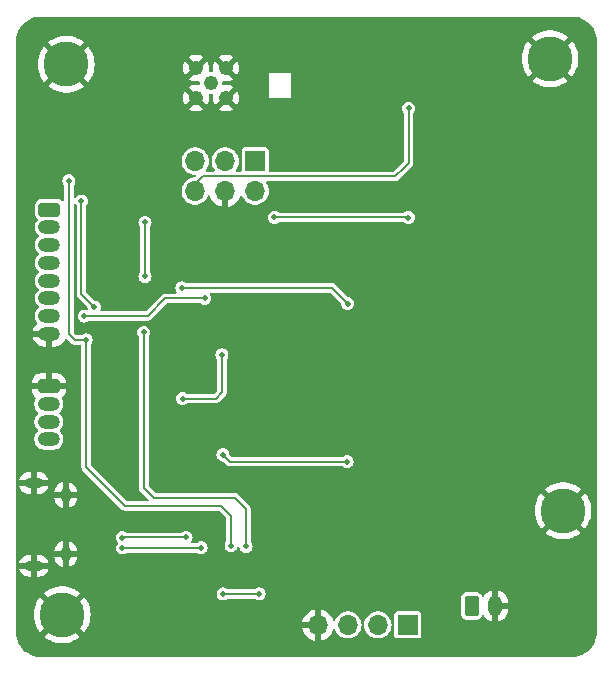
<source format=gbr>
%TF.GenerationSoftware,KiCad,Pcbnew,8.0.4-8.0.4-0~ubuntu24.04.1*%
%TF.CreationDate,2024-09-01T12:42:54+03:00*%
%TF.ProjectId,communication_body,636f6d6d-756e-4696-9361-74696f6e5f62,rev?*%
%TF.SameCoordinates,Original*%
%TF.FileFunction,Copper,L2,Bot*%
%TF.FilePolarity,Positive*%
%FSLAX46Y46*%
G04 Gerber Fmt 4.6, Leading zero omitted, Abs format (unit mm)*
G04 Created by KiCad (PCBNEW 8.0.4-8.0.4-0~ubuntu24.04.1) date 2024-09-01 12:42:54*
%MOMM*%
%LPD*%
G01*
G04 APERTURE LIST*
G04 Aperture macros list*
%AMRoundRect*
0 Rectangle with rounded corners*
0 $1 Rounding radius*
0 $2 $3 $4 $5 $6 $7 $8 $9 X,Y pos of 4 corners*
0 Add a 4 corners polygon primitive as box body*
4,1,4,$2,$3,$4,$5,$6,$7,$8,$9,$2,$3,0*
0 Add four circle primitives for the rounded corners*
1,1,$1+$1,$2,$3*
1,1,$1+$1,$4,$5*
1,1,$1+$1,$6,$7*
1,1,$1+$1,$8,$9*
0 Add four rect primitives between the rounded corners*
20,1,$1+$1,$2,$3,$4,$5,0*
20,1,$1+$1,$4,$5,$6,$7,0*
20,1,$1+$1,$6,$7,$8,$9,0*
20,1,$1+$1,$8,$9,$2,$3,0*%
G04 Aperture macros list end*
%TA.AperFunction,ComponentPad*%
%ADD10O,1.550000X0.890000*%
%TD*%
%TA.AperFunction,ComponentPad*%
%ADD11O,0.950000X1.250000*%
%TD*%
%TA.AperFunction,ComponentPad*%
%ADD12RoundRect,0.250000X-0.685000X0.335000X-0.685000X-0.335000X0.685000X-0.335000X0.685000X0.335000X0*%
%TD*%
%TA.AperFunction,ComponentPad*%
%ADD13O,1.870000X1.170000*%
%TD*%
%TA.AperFunction,ComponentPad*%
%ADD14RoundRect,0.250000X-0.350000X-0.625000X0.350000X-0.625000X0.350000X0.625000X-0.350000X0.625000X0*%
%TD*%
%TA.AperFunction,ComponentPad*%
%ADD15O,1.200000X1.750000*%
%TD*%
%TA.AperFunction,ComponentPad*%
%ADD16R,1.700000X1.700000*%
%TD*%
%TA.AperFunction,ComponentPad*%
%ADD17O,1.700000X1.700000*%
%TD*%
%TA.AperFunction,ComponentPad*%
%ADD18C,3.800000*%
%TD*%
%TA.AperFunction,ComponentPad*%
%ADD19C,1.240000*%
%TD*%
%TA.AperFunction,ViaPad*%
%ADD20C,0.500000*%
%TD*%
%TA.AperFunction,Conductor*%
%ADD21C,0.200000*%
%TD*%
G04 APERTURE END LIST*
D10*
%TO.P,J7,6,Shield*%
%TO.N,GND*%
X114090000Y-113352500D03*
D11*
X116790000Y-114352500D03*
X116790000Y-119352500D03*
D10*
X114090000Y-120352500D03*
%TD*%
D12*
%TO.P,J5,1,Pin_1*%
%TO.N,GND*%
X115365000Y-105165000D03*
D13*
%TO.P,J5,2,Pin_2*%
%TO.N,/COM_Tx*%
X115365000Y-106665000D03*
%TO.P,J5,3,Pin_3*%
%TO.N,/COM_Rx*%
X115365000Y-108165000D03*
%TO.P,J5,4,Pin_4*%
%TO.N,/COM_int*%
X115365000Y-109665000D03*
%TD*%
D14*
%TO.P,J4,1,Pin_1*%
%TO.N,Net-(D5-A)*%
X151165000Y-123765000D03*
D15*
%TO.P,J4,2,Pin_2*%
%TO.N,GND*%
X153165000Y-123765000D03*
%TD*%
D12*
%TO.P,J6,1,Pin_1*%
%TO.N,/X_axis*%
X115415000Y-90215000D03*
D13*
%TO.P,J6,2,Pin_2*%
%TO.N,/Y_axis*%
X115415000Y-91715000D03*
%TO.P,J6,3,Pin_3*%
%TO.N,/Z_axis*%
X115415000Y-93215000D03*
%TO.P,J6,4,Pin_4*%
%TO.N,/output*%
X115415000Y-94715000D03*
%TO.P,J6,5,Pin_5*%
%TO.N,/input*%
X115415000Y-96215000D03*
%TO.P,J6,6,Pin_6*%
%TO.N,/intr*%
X115415000Y-97715000D03*
%TO.P,J6,7,Pin_7*%
%TO.N,/level*%
X115415000Y-99215000D03*
%TO.P,J6,8,Pin_8*%
%TO.N,GND*%
X115415000Y-100715000D03*
%TD*%
D16*
%TO.P,J1,1,Pin_1*%
%TO.N,/MISO*%
X132835000Y-86095000D03*
D17*
%TO.P,J1,2,Pin_2*%
%TO.N,/SCLK*%
X132835000Y-88635000D03*
%TO.P,J1,3,Pin_3*%
%TO.N,/reset*%
X130295000Y-86095000D03*
%TO.P,J1,4,Pin_4*%
%TO.N,GND*%
X130295000Y-88635000D03*
%TO.P,J1,5,Pin_5*%
%TO.N,/MOSI*%
X127755000Y-86095000D03*
%TO.P,J1,6,Pin_6*%
%TO.N,+3V3*%
X127755000Y-88635000D03*
%TD*%
D18*
%TO.P,H2,1,1*%
%TO.N,GND*%
X116845000Y-77900000D03*
%TD*%
%TO.P,H4,1,1*%
%TO.N,GND*%
X116500000Y-124500000D03*
%TD*%
D19*
%TO.P,AE1,1,A*%
%TO.N,Net-(AE1-A)*%
X129095000Y-79495000D03*
%TO.P,AE1,2,Shield*%
%TO.N,GND*%
X127825000Y-78225000D03*
X127825000Y-80765000D03*
X130365000Y-78225000D03*
X130365000Y-80765000D03*
%TD*%
D18*
%TO.P,H1,1,1*%
%TO.N,GND*%
X158900000Y-115700000D03*
%TD*%
D16*
%TO.P,J2,1,Pin_1*%
%TO.N,+3V3*%
X145765000Y-125365000D03*
D17*
%TO.P,J2,2,Pin_2*%
%TO.N,/RXD*%
X143225000Y-125365000D03*
%TO.P,J2,3,Pin_3*%
%TO.N,/TXD*%
X140685000Y-125365000D03*
%TO.P,J2,4,Pin_4*%
%TO.N,GND*%
X138145000Y-125365000D03*
%TD*%
D18*
%TO.P,H3,1,1*%
%TO.N,GND*%
X157800000Y-77435000D03*
%TD*%
D20*
%TO.N,GND*%
X124730000Y-107070000D03*
X125000000Y-92000000D03*
X136000000Y-117000000D03*
X141000000Y-85000000D03*
X136000000Y-118000000D03*
X134000000Y-117000000D03*
X135000000Y-117000000D03*
X139000000Y-85000000D03*
X136000000Y-119000000D03*
X122040000Y-105090000D03*
X135000000Y-118000000D03*
X125700000Y-107080000D03*
X134000000Y-118000000D03*
X125000000Y-91000000D03*
X125720000Y-104980000D03*
X134000000Y-119000000D03*
X126000000Y-91000000D03*
X141000000Y-86000000D03*
X125000000Y-90000000D03*
X126000000Y-92000000D03*
X120410000Y-105070000D03*
X126000000Y-89000000D03*
X126000000Y-90000000D03*
X142000000Y-85000000D03*
X142000000Y-86000000D03*
X140000000Y-85000000D03*
X125000000Y-89000000D03*
X124730000Y-105010000D03*
X140000000Y-86000000D03*
X121240000Y-105070000D03*
X139000000Y-86000000D03*
X135000000Y-119000000D03*
%TO.N,Net-(U3-AREF)*%
X126635000Y-96835000D03*
X140665000Y-98165000D03*
%TO.N,+3V3*%
X145825000Y-81635000D03*
%TO.N,/SCLK*%
X145815000Y-90875000D03*
X134455000Y-90865000D03*
%TO.N,/reset*%
X123505000Y-91275000D03*
X123505000Y-95855000D03*
%TO.N,/RXD*%
X123405000Y-100585000D03*
X132065000Y-118725000D03*
X119205000Y-98455000D03*
X118130000Y-89470000D03*
%TO.N,/TXD*%
X117060000Y-87770000D03*
X130795000Y-118665000D03*
X118525000Y-101245000D03*
%TO.N,/level*%
X118360000Y-99215000D03*
X128565000Y-97715000D03*
%TO.N,/COM_int*%
X130015000Y-102505000D03*
X126685000Y-106215000D03*
%TO.N,+5V*%
X140615000Y-111535000D03*
X130105000Y-110965000D03*
%TO.N,Net-(U2-V3)*%
X133155000Y-122745000D03*
X130125000Y-122745000D03*
%TO.N,Net-(J7-D-)*%
X121575000Y-117975000D03*
X126985000Y-117965000D03*
%TO.N,Net-(J7-D+)*%
X128255000Y-118835000D03*
X121595000Y-118845000D03*
%TD*%
D21*
%TO.N,Net-(U3-AREF)*%
X126635000Y-96835000D02*
X139335000Y-96835000D01*
X139335000Y-96835000D02*
X140665000Y-98165000D01*
%TO.N,+3V3*%
X127755000Y-88025000D02*
X128395000Y-87385000D01*
X144705000Y-87385000D02*
X145425000Y-86665000D01*
X145425000Y-86665000D02*
X145825000Y-86265000D01*
X145825000Y-86265000D02*
X145825000Y-81635000D01*
X127755000Y-88635000D02*
X127755000Y-88025000D01*
X128395000Y-87385000D02*
X144705000Y-87385000D01*
%TO.N,/SCLK*%
X145815000Y-90875000D02*
X145805000Y-90865000D01*
X145805000Y-90865000D02*
X134455000Y-90865000D01*
%TO.N,/reset*%
X123505000Y-95855000D02*
X123505000Y-91275000D01*
%TO.N,/RXD*%
X132065000Y-115555000D02*
X131105000Y-114595000D01*
X132065000Y-118725000D02*
X132065000Y-115555000D01*
X123405000Y-113755000D02*
X123405000Y-100585000D01*
X131105000Y-114595000D02*
X124245000Y-114595000D01*
X118130000Y-97380000D02*
X118130000Y-89470000D01*
X119205000Y-98455000D02*
X118130000Y-97380000D01*
X124245000Y-114595000D02*
X123405000Y-113755000D01*
%TO.N,/TXD*%
X129955000Y-115285000D02*
X121845000Y-115285000D01*
X117560000Y-101250000D02*
X117565000Y-101245000D01*
X121845000Y-115285000D02*
X118525000Y-111965000D01*
X118525000Y-111965000D02*
X118525000Y-101245000D01*
X117060000Y-100750000D02*
X117560000Y-101250000D01*
X117060000Y-87770000D02*
X117060000Y-100750000D01*
X130795000Y-118665000D02*
X130795000Y-116165000D01*
X130815000Y-116145000D02*
X129955000Y-115285000D01*
X130795000Y-116165000D02*
X130815000Y-116145000D01*
X117565000Y-101245000D02*
X118525000Y-101245000D01*
%TO.N,/level*%
X123735000Y-99215000D02*
X125235000Y-97715000D01*
X118360000Y-99215000D02*
X123735000Y-99215000D01*
X125235000Y-97715000D02*
X128565000Y-97715000D01*
%TO.N,/COM_int*%
X129485000Y-106215000D02*
X130015000Y-105685000D01*
X130015000Y-105685000D02*
X130015000Y-102505000D01*
X126685000Y-106215000D02*
X129485000Y-106215000D01*
%TO.N,+5V*%
X140615000Y-111535000D02*
X130675000Y-111535000D01*
X130675000Y-111535000D02*
X130105000Y-110965000D01*
%TO.N,Net-(U2-V3)*%
X133155000Y-122745000D02*
X130125000Y-122745000D01*
%TO.N,Net-(J7-D-)*%
X121575000Y-117975000D02*
X121585000Y-117965000D01*
X121585000Y-117965000D02*
X126985000Y-117965000D01*
%TO.N,Net-(J7-D+)*%
X128245000Y-118845000D02*
X128255000Y-118835000D01*
X121595000Y-118845000D02*
X128245000Y-118845000D01*
%TD*%
%TA.AperFunction,Conductor*%
%TO.N,GND*%
G36*
X159668234Y-73865712D02*
G01*
X159932568Y-73883037D01*
X159945396Y-73884726D01*
X160202040Y-73935775D01*
X160214529Y-73939122D01*
X160462307Y-74023231D01*
X160474255Y-74028180D01*
X160676290Y-74127814D01*
X160708928Y-74143909D01*
X160720142Y-74150383D01*
X160937707Y-74295755D01*
X160947971Y-74303631D01*
X161144692Y-74476150D01*
X161153849Y-74485307D01*
X161326364Y-74682023D01*
X161334248Y-74692297D01*
X161479616Y-74909857D01*
X161486090Y-74921071D01*
X161601815Y-75155736D01*
X161606771Y-75167701D01*
X161690874Y-75415461D01*
X161694226Y-75427969D01*
X161745272Y-75684598D01*
X161746962Y-75697437D01*
X161764288Y-75961765D01*
X161764500Y-75968240D01*
X161764500Y-125961759D01*
X161764288Y-125968234D01*
X161746962Y-126232562D01*
X161745272Y-126245401D01*
X161694226Y-126502030D01*
X161690874Y-126514538D01*
X161606771Y-126762298D01*
X161601815Y-126774263D01*
X161486090Y-127008928D01*
X161479616Y-127020142D01*
X161334248Y-127237702D01*
X161326364Y-127247976D01*
X161153849Y-127444692D01*
X161144692Y-127453849D01*
X160947976Y-127626364D01*
X160937702Y-127634248D01*
X160720142Y-127779616D01*
X160708928Y-127786090D01*
X160474263Y-127901815D01*
X160462298Y-127906771D01*
X160214538Y-127990874D01*
X160202030Y-127994226D01*
X159945401Y-128045272D01*
X159932562Y-128046962D01*
X159668234Y-128064288D01*
X159661759Y-128064500D01*
X114668241Y-128064500D01*
X114661766Y-128064288D01*
X114397437Y-128046962D01*
X114384598Y-128045272D01*
X114127969Y-127994226D01*
X114115461Y-127990874D01*
X113867701Y-127906771D01*
X113855736Y-127901815D01*
X113853643Y-127900783D01*
X113818638Y-127883520D01*
X113621071Y-127786090D01*
X113609857Y-127779616D01*
X113449895Y-127672733D01*
X113392295Y-127634246D01*
X113382023Y-127626364D01*
X113185307Y-127453849D01*
X113176150Y-127444692D01*
X113110855Y-127370237D01*
X113003631Y-127247971D01*
X112995755Y-127237707D01*
X112850383Y-127020142D01*
X112843909Y-127008928D01*
X112790191Y-126900000D01*
X112728180Y-126774255D01*
X112723231Y-126762307D01*
X112639122Y-126514529D01*
X112635775Y-126502040D01*
X112584726Y-126245396D01*
X112583037Y-126232562D01*
X112577193Y-126143407D01*
X112565712Y-125968234D01*
X112565500Y-125961759D01*
X112565500Y-124500000D01*
X114095255Y-124500000D01*
X114114217Y-124801399D01*
X114170802Y-125098027D01*
X114170805Y-125098037D01*
X114264127Y-125385252D01*
X114392706Y-125658495D01*
X114392707Y-125658496D01*
X114554519Y-125913473D01*
X114635310Y-126011133D01*
X115563707Y-125082735D01*
X115660967Y-125216602D01*
X115783398Y-125339033D01*
X115917262Y-125436290D01*
X114986566Y-126366987D01*
X115211483Y-126530400D01*
X115476107Y-126675877D01*
X115476110Y-126675879D01*
X115756892Y-126787047D01*
X116049402Y-126862150D01*
X116049398Y-126862150D01*
X116349005Y-126900000D01*
X116650995Y-126900000D01*
X116950599Y-126862150D01*
X117243107Y-126787047D01*
X117523887Y-126675879D01*
X117788518Y-126530397D01*
X117788531Y-126530389D01*
X118013432Y-126366987D01*
X117082736Y-125436291D01*
X117216602Y-125339033D01*
X117339033Y-125216602D01*
X117436291Y-125082736D01*
X118364688Y-126011133D01*
X118445479Y-125913474D01*
X118445480Y-125913473D01*
X118607286Y-125658508D01*
X118607293Y-125658495D01*
X118735872Y-125385252D01*
X118823682Y-125115000D01*
X136814364Y-125115000D01*
X137711988Y-125115000D01*
X137679075Y-125172007D01*
X137645000Y-125299174D01*
X137645000Y-125430826D01*
X137679075Y-125557993D01*
X137711988Y-125615000D01*
X136814364Y-125615000D01*
X136871569Y-125828489D01*
X136971399Y-126042577D01*
X137106886Y-126236073D01*
X137273926Y-126403113D01*
X137467422Y-126538600D01*
X137681509Y-126638430D01*
X137895000Y-126695634D01*
X137895000Y-125798012D01*
X137952007Y-125830925D01*
X138079174Y-125865000D01*
X138210826Y-125865000D01*
X138337993Y-125830925D01*
X138395000Y-125798012D01*
X138395000Y-126695633D01*
X138608490Y-126638430D01*
X138822577Y-126538600D01*
X139016073Y-126403113D01*
X139183113Y-126236073D01*
X139318600Y-126042577D01*
X139418431Y-125828488D01*
X139424958Y-125804130D01*
X139458281Y-125752815D01*
X139515402Y-125730888D01*
X139574503Y-125746723D01*
X139609206Y-125785624D01*
X139702630Y-125973248D01*
X139702632Y-125973252D01*
X139702634Y-125973255D01*
X139831128Y-126143407D01*
X139831135Y-126143413D01*
X139988692Y-126287047D01*
X139988699Y-126287053D01*
X140092389Y-126351255D01*
X140169981Y-126399298D01*
X140368802Y-126476321D01*
X140578390Y-126515500D01*
X140791610Y-126515500D01*
X141001198Y-126476321D01*
X141200019Y-126399298D01*
X141381302Y-126287052D01*
X141538872Y-126143407D01*
X141667366Y-125973255D01*
X141762405Y-125782389D01*
X141820756Y-125577310D01*
X141840429Y-125365000D01*
X142069571Y-125365000D01*
X142089244Y-125577310D01*
X142147595Y-125782389D01*
X142242634Y-125973255D01*
X142371128Y-126143407D01*
X142371135Y-126143413D01*
X142528692Y-126287047D01*
X142528699Y-126287053D01*
X142632389Y-126351255D01*
X142709981Y-126399298D01*
X142908802Y-126476321D01*
X143118390Y-126515500D01*
X143331610Y-126515500D01*
X143541198Y-126476321D01*
X143740019Y-126399298D01*
X143921302Y-126287052D01*
X144078872Y-126143407D01*
X144207366Y-125973255D01*
X144302405Y-125782389D01*
X144360756Y-125577310D01*
X144380429Y-125365000D01*
X144360756Y-125152690D01*
X144302405Y-124947611D01*
X144207366Y-124756745D01*
X144078872Y-124586593D01*
X143951119Y-124470130D01*
X144614500Y-124470130D01*
X144614500Y-126259860D01*
X144614501Y-126259863D01*
X144617414Y-126284990D01*
X144618325Y-126287053D01*
X144662794Y-126387765D01*
X144742235Y-126467206D01*
X144845009Y-126512585D01*
X144870135Y-126515500D01*
X146659864Y-126515499D01*
X146684991Y-126512585D01*
X146787765Y-126467206D01*
X146867206Y-126387765D01*
X146912585Y-126284991D01*
X146915500Y-126259865D01*
X146915499Y-124470136D01*
X146912585Y-124445009D01*
X146867206Y-124342235D01*
X146787765Y-124262794D01*
X146684991Y-124217415D01*
X146684990Y-124217414D01*
X146684988Y-124217414D01*
X146659868Y-124214500D01*
X144870139Y-124214500D01*
X144870136Y-124214501D01*
X144845009Y-124217414D01*
X144742235Y-124262794D01*
X144662794Y-124342235D01*
X144617414Y-124445011D01*
X144614500Y-124470130D01*
X143951119Y-124470130D01*
X143942473Y-124462248D01*
X143921307Y-124442952D01*
X143921300Y-124442946D01*
X143740024Y-124330705D01*
X143740019Y-124330702D01*
X143654518Y-124297579D01*
X143541198Y-124253679D01*
X143541197Y-124253678D01*
X143541195Y-124253678D01*
X143331610Y-124214500D01*
X143118390Y-124214500D01*
X142908804Y-124253678D01*
X142709980Y-124330702D01*
X142709975Y-124330705D01*
X142528699Y-124442946D01*
X142528692Y-124442952D01*
X142371135Y-124586586D01*
X142371131Y-124586589D01*
X142371128Y-124586593D01*
X142371125Y-124586597D01*
X142242635Y-124756743D01*
X142242630Y-124756752D01*
X142149206Y-124944375D01*
X142147595Y-124947611D01*
X142140970Y-124970895D01*
X142089244Y-125152688D01*
X142071977Y-125339033D01*
X142069571Y-125365000D01*
X141840429Y-125365000D01*
X141820756Y-125152690D01*
X141762405Y-124947611D01*
X141667366Y-124756745D01*
X141538872Y-124586593D01*
X141402473Y-124462248D01*
X141381307Y-124442952D01*
X141381300Y-124442946D01*
X141200024Y-124330705D01*
X141200019Y-124330702D01*
X141114518Y-124297579D01*
X141001198Y-124253679D01*
X141001197Y-124253678D01*
X141001195Y-124253678D01*
X140791610Y-124214500D01*
X140578390Y-124214500D01*
X140368804Y-124253678D01*
X140169980Y-124330702D01*
X140169975Y-124330705D01*
X139988699Y-124442946D01*
X139988692Y-124442952D01*
X139831135Y-124586586D01*
X139831131Y-124586589D01*
X139831128Y-124586593D01*
X139831125Y-124586597D01*
X139702635Y-124756743D01*
X139702630Y-124756752D01*
X139609206Y-124944375D01*
X139566343Y-124988037D01*
X139506002Y-124998167D01*
X139451231Y-124970895D01*
X139424958Y-124925869D01*
X139418430Y-124901506D01*
X139418429Y-124901505D01*
X139318605Y-124687432D01*
X139318601Y-124687424D01*
X139183113Y-124493926D01*
X139016073Y-124326886D01*
X138822577Y-124191399D01*
X138608489Y-124091569D01*
X138395000Y-124034364D01*
X138395000Y-124931988D01*
X138337993Y-124899075D01*
X138210826Y-124865000D01*
X138079174Y-124865000D01*
X137952007Y-124899075D01*
X137895000Y-124931988D01*
X137895000Y-124034364D01*
X137681505Y-124091570D01*
X137467432Y-124191394D01*
X137467424Y-124191398D01*
X137273926Y-124326886D01*
X137106886Y-124493926D01*
X136971398Y-124687424D01*
X136971394Y-124687432D01*
X136871570Y-124901505D01*
X136814364Y-125115000D01*
X118823682Y-125115000D01*
X118829194Y-125098037D01*
X118829197Y-125098027D01*
X118885782Y-124801399D01*
X118904744Y-124500000D01*
X118885782Y-124198600D01*
X118829197Y-123901972D01*
X118829194Y-123901962D01*
X118735872Y-123614747D01*
X118607293Y-123341504D01*
X118607286Y-123341491D01*
X118445480Y-123086526D01*
X118364688Y-122988865D01*
X117436290Y-123917262D01*
X117339033Y-123783398D01*
X117216602Y-123660967D01*
X117082735Y-123563707D01*
X117901444Y-122744999D01*
X129569750Y-122744999D01*
X129569750Y-122745000D01*
X129588669Y-122888708D01*
X129588670Y-122888709D01*
X129644139Y-123022625D01*
X129732379Y-123137621D01*
X129847375Y-123225861D01*
X129981291Y-123281330D01*
X130125000Y-123300250D01*
X130268709Y-123281330D01*
X130402625Y-123225861D01*
X130440934Y-123196464D01*
X130480693Y-123165958D01*
X130538369Y-123145534D01*
X130540960Y-123145500D01*
X132739040Y-123145500D01*
X132797231Y-123164407D01*
X132799307Y-123165958D01*
X132866078Y-123217193D01*
X132877375Y-123225861D01*
X133011291Y-123281330D01*
X133155000Y-123300250D01*
X133298709Y-123281330D01*
X133432625Y-123225861D01*
X133547621Y-123137621D01*
X133578873Y-123096893D01*
X150264500Y-123096893D01*
X150264500Y-124433106D01*
X150275123Y-124521565D01*
X150330637Y-124662339D01*
X150330638Y-124662341D01*
X150330639Y-124662342D01*
X150422078Y-124782922D01*
X150542658Y-124874361D01*
X150542659Y-124874361D01*
X150542660Y-124874362D01*
X150554515Y-124879037D01*
X150683436Y-124929877D01*
X150771898Y-124940500D01*
X150771900Y-124940500D01*
X151558100Y-124940500D01*
X151558102Y-124940500D01*
X151646564Y-124929877D01*
X151787342Y-124874361D01*
X151907922Y-124782922D01*
X151999361Y-124662342D01*
X152027056Y-124592110D01*
X152065990Y-124544917D01*
X152125232Y-124529619D01*
X152182152Y-124552065D01*
X152207361Y-124583486D01*
X152224192Y-124616519D01*
X152224197Y-124616528D01*
X152325962Y-124756596D01*
X152448403Y-124879037D01*
X152588471Y-124980802D01*
X152588475Y-124980804D01*
X152742751Y-125059411D01*
X152907413Y-125112913D01*
X152915000Y-125114114D01*
X152915000Y-124045330D01*
X152934745Y-124065075D01*
X153020255Y-124114444D01*
X153115630Y-124140000D01*
X153214370Y-124140000D01*
X153309745Y-124114444D01*
X153395255Y-124065075D01*
X153415000Y-124045330D01*
X153415000Y-125114114D01*
X153422586Y-125112913D01*
X153587248Y-125059411D01*
X153741524Y-124980804D01*
X153741528Y-124980802D01*
X153881596Y-124879037D01*
X154004037Y-124756596D01*
X154105802Y-124616528D01*
X154105804Y-124616524D01*
X154184411Y-124462248D01*
X154237915Y-124297579D01*
X154265000Y-124126575D01*
X154265000Y-124015001D01*
X154264999Y-124015000D01*
X153445330Y-124015000D01*
X153465075Y-123995255D01*
X153514444Y-123909745D01*
X153540000Y-123814370D01*
X153540000Y-123715630D01*
X153514444Y-123620255D01*
X153465075Y-123534745D01*
X153445330Y-123515000D01*
X154264999Y-123515000D01*
X154265000Y-123514999D01*
X154265000Y-123403424D01*
X154237915Y-123232420D01*
X154184411Y-123067751D01*
X154105804Y-122913475D01*
X154105802Y-122913471D01*
X154004037Y-122773403D01*
X153881596Y-122650962D01*
X153741528Y-122549197D01*
X153741524Y-122549195D01*
X153587248Y-122470588D01*
X153422586Y-122417086D01*
X153415000Y-122415884D01*
X153415000Y-123484670D01*
X153395255Y-123464925D01*
X153309745Y-123415556D01*
X153214370Y-123390000D01*
X153115630Y-123390000D01*
X153020255Y-123415556D01*
X152934745Y-123464925D01*
X152915000Y-123484670D01*
X152915000Y-122415884D01*
X152907413Y-122417086D01*
X152742751Y-122470588D01*
X152588475Y-122549195D01*
X152588471Y-122549197D01*
X152448403Y-122650962D01*
X152325962Y-122773403D01*
X152224197Y-122913471D01*
X152224195Y-122913476D01*
X152207361Y-122946514D01*
X152164096Y-122989777D01*
X152103663Y-122999348D01*
X152049147Y-122971569D01*
X152027056Y-122937889D01*
X151999361Y-122867658D01*
X151907922Y-122747078D01*
X151787342Y-122655639D01*
X151787341Y-122655638D01*
X151787339Y-122655637D01*
X151646565Y-122600123D01*
X151558106Y-122589500D01*
X151558102Y-122589500D01*
X150771898Y-122589500D01*
X150771893Y-122589500D01*
X150683434Y-122600123D01*
X150542660Y-122655637D01*
X150542656Y-122655640D01*
X150422081Y-122747075D01*
X150422075Y-122747081D01*
X150330640Y-122867656D01*
X150330637Y-122867660D01*
X150275123Y-123008434D01*
X150264500Y-123096893D01*
X133578873Y-123096893D01*
X133635861Y-123022625D01*
X133691330Y-122888709D01*
X133710250Y-122745000D01*
X133691330Y-122601291D01*
X133635861Y-122467375D01*
X133547621Y-122352379D01*
X133432625Y-122264139D01*
X133432621Y-122264137D01*
X133298709Y-122208670D01*
X133298708Y-122208669D01*
X133155000Y-122189750D01*
X133011291Y-122208669D01*
X133011290Y-122208670D01*
X132877378Y-122264137D01*
X132877370Y-122264142D01*
X132799307Y-122324042D01*
X132741631Y-122344466D01*
X132739040Y-122344500D01*
X130540960Y-122344500D01*
X130482769Y-122325593D01*
X130480693Y-122324042D01*
X130402629Y-122264142D01*
X130402628Y-122264141D01*
X130402625Y-122264139D01*
X130402622Y-122264138D01*
X130402621Y-122264137D01*
X130268709Y-122208670D01*
X130268708Y-122208669D01*
X130125000Y-122189750D01*
X129981291Y-122208669D01*
X129981290Y-122208670D01*
X129847378Y-122264137D01*
X129847374Y-122264139D01*
X129732381Y-122352377D01*
X129732377Y-122352381D01*
X129644139Y-122467374D01*
X129644137Y-122467378D01*
X129588670Y-122601290D01*
X129588669Y-122601291D01*
X129569750Y-122744999D01*
X117901444Y-122744999D01*
X118013433Y-122633010D01*
X117788522Y-122469603D01*
X117788518Y-122469600D01*
X117523892Y-122324122D01*
X117523889Y-122324120D01*
X117243107Y-122212952D01*
X116950597Y-122137849D01*
X116950601Y-122137849D01*
X116650995Y-122100000D01*
X116349005Y-122100000D01*
X116049400Y-122137849D01*
X115756892Y-122212952D01*
X115476110Y-122324120D01*
X115476107Y-122324122D01*
X115211487Y-122469597D01*
X115211468Y-122469609D01*
X114986565Y-122633010D01*
X115917263Y-123563708D01*
X115783398Y-123660967D01*
X115660967Y-123783398D01*
X115563708Y-123917263D01*
X114635310Y-122988865D01*
X114554522Y-123086523D01*
X114392707Y-123341503D01*
X114392706Y-123341504D01*
X114264127Y-123614747D01*
X114170805Y-123901962D01*
X114170802Y-123901972D01*
X114114217Y-124198600D01*
X114095255Y-124500000D01*
X112565500Y-124500000D01*
X112565500Y-120102500D01*
X112846215Y-120102500D01*
X113715272Y-120102500D01*
X113623386Y-120140560D01*
X113553060Y-120210886D01*
X113515000Y-120302772D01*
X113515000Y-120402228D01*
X113553060Y-120494114D01*
X113623386Y-120564440D01*
X113715272Y-120602500D01*
X112846215Y-120602500D01*
X112851315Y-120628141D01*
X112851318Y-120628152D01*
X112922550Y-120800122D01*
X112922550Y-120800123D01*
X113025971Y-120954901D01*
X113025974Y-120954905D01*
X113157594Y-121086525D01*
X113157598Y-121086528D01*
X113312377Y-121189949D01*
X113484353Y-121261183D01*
X113666923Y-121297499D01*
X113666927Y-121297500D01*
X113839999Y-121297500D01*
X113840000Y-121297499D01*
X113840000Y-120602501D01*
X113839999Y-120602500D01*
X114340001Y-120602500D01*
X114340000Y-120602501D01*
X114340000Y-121297499D01*
X114340001Y-121297500D01*
X114513073Y-121297500D01*
X114513076Y-121297499D01*
X114695645Y-121261183D01*
X114695647Y-121261183D01*
X114867622Y-121189949D01*
X114867623Y-121189949D01*
X115022401Y-121086528D01*
X115022405Y-121086525D01*
X115154025Y-120954905D01*
X115154028Y-120954901D01*
X115257449Y-120800123D01*
X115257449Y-120800122D01*
X115328681Y-120628152D01*
X115328684Y-120628141D01*
X115333785Y-120602500D01*
X114464728Y-120602500D01*
X114556614Y-120564440D01*
X114626940Y-120494114D01*
X114665000Y-120402228D01*
X114665000Y-120302772D01*
X114626940Y-120210886D01*
X114556614Y-120140560D01*
X114464728Y-120102500D01*
X115333784Y-120102500D01*
X115328684Y-120076858D01*
X115328681Y-120076847D01*
X115257449Y-119904877D01*
X115257449Y-119904876D01*
X115154028Y-119750098D01*
X115154025Y-119750094D01*
X115022405Y-119618474D01*
X115022401Y-119618471D01*
X114867622Y-119515050D01*
X114695646Y-119443816D01*
X114513076Y-119407500D01*
X114340001Y-119407500D01*
X114340000Y-119407501D01*
X114340000Y-120102499D01*
X114340001Y-120102500D01*
X113839999Y-120102500D01*
X113840000Y-120102499D01*
X113840000Y-119407501D01*
X113839999Y-119407500D01*
X113666923Y-119407500D01*
X113484354Y-119443816D01*
X113484352Y-119443816D01*
X113312377Y-119515050D01*
X113312376Y-119515050D01*
X113157598Y-119618471D01*
X113157594Y-119618474D01*
X113025974Y-119750094D01*
X113025971Y-119750098D01*
X112922550Y-119904876D01*
X112922550Y-119904877D01*
X112851318Y-120076847D01*
X112851315Y-120076858D01*
X112846215Y-120102500D01*
X112565500Y-120102500D01*
X112565500Y-119102499D01*
X115815790Y-119102499D01*
X115815791Y-119102500D01*
X116533763Y-119102500D01*
X116515000Y-119147799D01*
X116515000Y-119557201D01*
X116533763Y-119602500D01*
X115815790Y-119602500D01*
X115852467Y-119786894D01*
X115925965Y-119964334D01*
X115925969Y-119964343D01*
X116032668Y-120124026D01*
X116032671Y-120124030D01*
X116168469Y-120259828D01*
X116168473Y-120259831D01*
X116328156Y-120366530D01*
X116328165Y-120366534D01*
X116505598Y-120440029D01*
X116505609Y-120440033D01*
X116540000Y-120446873D01*
X116540000Y-119617556D01*
X116556866Y-119658275D01*
X116634225Y-119735634D01*
X116735299Y-119777500D01*
X116844701Y-119777500D01*
X116945775Y-119735634D01*
X117023134Y-119658275D01*
X117040000Y-119617556D01*
X117040000Y-120446872D01*
X117074390Y-120440033D01*
X117074401Y-120440029D01*
X117251834Y-120366534D01*
X117251843Y-120366530D01*
X117411526Y-120259831D01*
X117411530Y-120259828D01*
X117547328Y-120124030D01*
X117547331Y-120124026D01*
X117654030Y-119964343D01*
X117654034Y-119964334D01*
X117727532Y-119786894D01*
X117764210Y-119602500D01*
X117046237Y-119602500D01*
X117065000Y-119557201D01*
X117065000Y-119147799D01*
X117046237Y-119102500D01*
X117764209Y-119102500D01*
X117764209Y-119102499D01*
X117727532Y-118918105D01*
X117654034Y-118740665D01*
X117654030Y-118740656D01*
X117547331Y-118580973D01*
X117547328Y-118580969D01*
X117411530Y-118445171D01*
X117411526Y-118445168D01*
X117251843Y-118338469D01*
X117251834Y-118338465D01*
X117074395Y-118264967D01*
X117040000Y-118258126D01*
X117040000Y-119087443D01*
X117023134Y-119046725D01*
X116945775Y-118969366D01*
X116844701Y-118927500D01*
X116735299Y-118927500D01*
X116634225Y-118969366D01*
X116556866Y-119046725D01*
X116540000Y-119087443D01*
X116540000Y-118258126D01*
X116505604Y-118264967D01*
X116328165Y-118338465D01*
X116328156Y-118338469D01*
X116168473Y-118445168D01*
X116168469Y-118445171D01*
X116032671Y-118580969D01*
X116032668Y-118580973D01*
X115925969Y-118740656D01*
X115925965Y-118740665D01*
X115852467Y-118918105D01*
X115815790Y-119102499D01*
X112565500Y-119102499D01*
X112565500Y-117974999D01*
X121019750Y-117974999D01*
X121019750Y-117975000D01*
X121038669Y-118118708D01*
X121038670Y-118118709D01*
X121094139Y-118252625D01*
X121094141Y-118252628D01*
X121094142Y-118252629D01*
X121178652Y-118362765D01*
X121199076Y-118420440D01*
X121181699Y-118479106D01*
X121178652Y-118483299D01*
X121114142Y-118567370D01*
X121114137Y-118567378D01*
X121058670Y-118701290D01*
X121058669Y-118701291D01*
X121039750Y-118844999D01*
X121039750Y-118845000D01*
X121058669Y-118988708D01*
X121058670Y-118988709D01*
X121112066Y-119117622D01*
X121114139Y-119122625D01*
X121202379Y-119237621D01*
X121317375Y-119325861D01*
X121451291Y-119381330D01*
X121595000Y-119400250D01*
X121738709Y-119381330D01*
X121872625Y-119325861D01*
X121910934Y-119296464D01*
X121950693Y-119265958D01*
X122008369Y-119245534D01*
X122010960Y-119245500D01*
X127852073Y-119245500D01*
X127910264Y-119264407D01*
X127912340Y-119265958D01*
X127977375Y-119315861D01*
X128111291Y-119371330D01*
X128255000Y-119390250D01*
X128398709Y-119371330D01*
X128532625Y-119315861D01*
X128647621Y-119227621D01*
X128735861Y-119112625D01*
X128791330Y-118978709D01*
X128810250Y-118835000D01*
X128791330Y-118691291D01*
X128735861Y-118557375D01*
X128647621Y-118442379D01*
X128532625Y-118354139D01*
X128532621Y-118354137D01*
X128398709Y-118298670D01*
X128398708Y-118298669D01*
X128255000Y-118279750D01*
X128111291Y-118298669D01*
X128111290Y-118298670D01*
X127977378Y-118354137D01*
X127977370Y-118354142D01*
X127886275Y-118424042D01*
X127828600Y-118444466D01*
X127826008Y-118444500D01*
X127511709Y-118444500D01*
X127453518Y-118425593D01*
X127417554Y-118376093D01*
X127417554Y-118314907D01*
X127433167Y-118285232D01*
X127435151Y-118282647D01*
X127465861Y-118242625D01*
X127521330Y-118108709D01*
X127540250Y-117965000D01*
X127521330Y-117821291D01*
X127465861Y-117687375D01*
X127377621Y-117572379D01*
X127262625Y-117484139D01*
X127262621Y-117484137D01*
X127128709Y-117428670D01*
X127128708Y-117428669D01*
X126985000Y-117409750D01*
X126841291Y-117428669D01*
X126841290Y-117428670D01*
X126707378Y-117484137D01*
X126707370Y-117484142D01*
X126629307Y-117544042D01*
X126571631Y-117564466D01*
X126569040Y-117564500D01*
X121977927Y-117564500D01*
X121919736Y-117545593D01*
X121917660Y-117544042D01*
X121852625Y-117494139D01*
X121852621Y-117494137D01*
X121718709Y-117438670D01*
X121718708Y-117438669D01*
X121575000Y-117419750D01*
X121431291Y-117438669D01*
X121431290Y-117438670D01*
X121297378Y-117494137D01*
X121297374Y-117494139D01*
X121182381Y-117582377D01*
X121182377Y-117582381D01*
X121094139Y-117697374D01*
X121094137Y-117697378D01*
X121038670Y-117831290D01*
X121038669Y-117831291D01*
X121019750Y-117974999D01*
X112565500Y-117974999D01*
X112565500Y-113102500D01*
X112846215Y-113102500D01*
X113715272Y-113102500D01*
X113623386Y-113140560D01*
X113553060Y-113210886D01*
X113515000Y-113302772D01*
X113515000Y-113402228D01*
X113553060Y-113494114D01*
X113623386Y-113564440D01*
X113715272Y-113602500D01*
X112846215Y-113602500D01*
X112851315Y-113628141D01*
X112851318Y-113628152D01*
X112922550Y-113800122D01*
X112922550Y-113800123D01*
X113025971Y-113954901D01*
X113025974Y-113954905D01*
X113157594Y-114086525D01*
X113157598Y-114086528D01*
X113312377Y-114189949D01*
X113484353Y-114261183D01*
X113666923Y-114297499D01*
X113666927Y-114297500D01*
X113839999Y-114297500D01*
X113840000Y-114297499D01*
X113840000Y-113602501D01*
X113839999Y-113602500D01*
X114340001Y-113602500D01*
X114340000Y-113602501D01*
X114340000Y-114297499D01*
X114340001Y-114297500D01*
X114513073Y-114297500D01*
X114513076Y-114297499D01*
X114695645Y-114261183D01*
X114695647Y-114261183D01*
X114867622Y-114189949D01*
X114867623Y-114189949D01*
X114998499Y-114102499D01*
X115815790Y-114102499D01*
X115815791Y-114102500D01*
X116533763Y-114102500D01*
X116515000Y-114147799D01*
X116515000Y-114557201D01*
X116533763Y-114602500D01*
X115815790Y-114602500D01*
X115852467Y-114786894D01*
X115925965Y-114964334D01*
X115925969Y-114964343D01*
X116032668Y-115124026D01*
X116032671Y-115124030D01*
X116168469Y-115259828D01*
X116168473Y-115259831D01*
X116328156Y-115366530D01*
X116328165Y-115366534D01*
X116505598Y-115440029D01*
X116505609Y-115440033D01*
X116540000Y-115446873D01*
X116540000Y-114617556D01*
X116556866Y-114658275D01*
X116634225Y-114735634D01*
X116735299Y-114777500D01*
X116844701Y-114777500D01*
X116945775Y-114735634D01*
X117023134Y-114658275D01*
X117040000Y-114617556D01*
X117040000Y-115446872D01*
X117074390Y-115440033D01*
X117074401Y-115440029D01*
X117251834Y-115366534D01*
X117251843Y-115366530D01*
X117411526Y-115259831D01*
X117411530Y-115259828D01*
X117547328Y-115124030D01*
X117547331Y-115124026D01*
X117654030Y-114964343D01*
X117654034Y-114964334D01*
X117727532Y-114786894D01*
X117764210Y-114602500D01*
X117046237Y-114602500D01*
X117065000Y-114557201D01*
X117065000Y-114147799D01*
X117046237Y-114102500D01*
X117764209Y-114102500D01*
X117764209Y-114102499D01*
X117727532Y-113918105D01*
X117654034Y-113740665D01*
X117654030Y-113740656D01*
X117547331Y-113580973D01*
X117547328Y-113580969D01*
X117411530Y-113445171D01*
X117411526Y-113445168D01*
X117251843Y-113338469D01*
X117251834Y-113338465D01*
X117074395Y-113264967D01*
X117040000Y-113258126D01*
X117040000Y-114087443D01*
X117023134Y-114046725D01*
X116945775Y-113969366D01*
X116844701Y-113927500D01*
X116735299Y-113927500D01*
X116634225Y-113969366D01*
X116556866Y-114046725D01*
X116540000Y-114087443D01*
X116540000Y-113258126D01*
X116505604Y-113264967D01*
X116328165Y-113338465D01*
X116328156Y-113338469D01*
X116168473Y-113445168D01*
X116168469Y-113445171D01*
X116032671Y-113580969D01*
X116032668Y-113580973D01*
X115925969Y-113740656D01*
X115925965Y-113740665D01*
X115852467Y-113918105D01*
X115815790Y-114102499D01*
X114998499Y-114102499D01*
X115022401Y-114086528D01*
X115022405Y-114086525D01*
X115154025Y-113954905D01*
X115154028Y-113954901D01*
X115257449Y-113800123D01*
X115257449Y-113800122D01*
X115328681Y-113628152D01*
X115328684Y-113628141D01*
X115333785Y-113602500D01*
X114464728Y-113602500D01*
X114556614Y-113564440D01*
X114626940Y-113494114D01*
X114665000Y-113402228D01*
X114665000Y-113302772D01*
X114626940Y-113210886D01*
X114556614Y-113140560D01*
X114464728Y-113102500D01*
X115333784Y-113102500D01*
X115328684Y-113076858D01*
X115328681Y-113076847D01*
X115257449Y-112904877D01*
X115257449Y-112904876D01*
X115154028Y-112750098D01*
X115154025Y-112750094D01*
X115022405Y-112618474D01*
X115022401Y-112618471D01*
X114867622Y-112515050D01*
X114695646Y-112443816D01*
X114513076Y-112407500D01*
X114340001Y-112407500D01*
X114340000Y-112407501D01*
X114340000Y-113102499D01*
X114340001Y-113102500D01*
X113839999Y-113102500D01*
X113840000Y-113102499D01*
X113840000Y-112407501D01*
X113839999Y-112407500D01*
X113666923Y-112407500D01*
X113484354Y-112443816D01*
X113484352Y-112443816D01*
X113312377Y-112515050D01*
X113312376Y-112515050D01*
X113157598Y-112618471D01*
X113157594Y-112618474D01*
X113025974Y-112750094D01*
X113025971Y-112750098D01*
X112922550Y-112904876D01*
X112922550Y-112904877D01*
X112851318Y-113076847D01*
X112851315Y-113076858D01*
X112846215Y-113102500D01*
X112565500Y-113102500D01*
X112565500Y-104780012D01*
X113930000Y-104780012D01*
X113930000Y-104914999D01*
X113930001Y-104915000D01*
X115007042Y-104915000D01*
X114959644Y-104997096D01*
X114930000Y-105107731D01*
X114930000Y-105222269D01*
X114959644Y-105332904D01*
X115007042Y-105415000D01*
X113930002Y-105415000D01*
X113930001Y-105415001D01*
X113930001Y-105549986D01*
X113940492Y-105652687D01*
X113940495Y-105652699D01*
X113995643Y-105819124D01*
X114087680Y-105968340D01*
X114211660Y-106092320D01*
X114216181Y-106095895D01*
X114215075Y-106097292D01*
X114249569Y-106137911D01*
X114254197Y-106198921D01*
X114240316Y-106230535D01*
X114230280Y-106245555D01*
X114230279Y-106245557D01*
X114163529Y-106406707D01*
X114163529Y-106406709D01*
X114129500Y-106577783D01*
X114129500Y-106752216D01*
X114163529Y-106923290D01*
X114163529Y-106923292D01*
X114230278Y-107084439D01*
X114327186Y-107229473D01*
X114442709Y-107344997D01*
X114470486Y-107399513D01*
X114460914Y-107459945D01*
X114442709Y-107485003D01*
X114327186Y-107600526D01*
X114230278Y-107745560D01*
X114163529Y-107906707D01*
X114163529Y-107906709D01*
X114129500Y-108077783D01*
X114129500Y-108252216D01*
X114163529Y-108423290D01*
X114163529Y-108423292D01*
X114230278Y-108584439D01*
X114327186Y-108729473D01*
X114442709Y-108844997D01*
X114470486Y-108899513D01*
X114460914Y-108959945D01*
X114442709Y-108985003D01*
X114327186Y-109100526D01*
X114230278Y-109245560D01*
X114163529Y-109406707D01*
X114163529Y-109406709D01*
X114129500Y-109577783D01*
X114129500Y-109752216D01*
X114163529Y-109923290D01*
X114163529Y-109923292D01*
X114230278Y-110084439D01*
X114230279Y-110084441D01*
X114230280Y-110084442D01*
X114327187Y-110229474D01*
X114450526Y-110352813D01*
X114595558Y-110449720D01*
X114756709Y-110516471D01*
X114927786Y-110550500D01*
X114927787Y-110550500D01*
X115802213Y-110550500D01*
X115802214Y-110550500D01*
X115973291Y-110516471D01*
X116134442Y-110449720D01*
X116279474Y-110352813D01*
X116402813Y-110229474D01*
X116499720Y-110084442D01*
X116566471Y-109923291D01*
X116600500Y-109752214D01*
X116600500Y-109577786D01*
X116566471Y-109406709D01*
X116499720Y-109245558D01*
X116402813Y-109100526D01*
X116287288Y-108985001D01*
X116259513Y-108930487D01*
X116269084Y-108870055D01*
X116287287Y-108844999D01*
X116402813Y-108729474D01*
X116499720Y-108584442D01*
X116566471Y-108423291D01*
X116600500Y-108252214D01*
X116600500Y-108077786D01*
X116566471Y-107906709D01*
X116499720Y-107745558D01*
X116402813Y-107600526D01*
X116287288Y-107485001D01*
X116259513Y-107430487D01*
X116269084Y-107370055D01*
X116287287Y-107344999D01*
X116402813Y-107229474D01*
X116499720Y-107084442D01*
X116566471Y-106923291D01*
X116600500Y-106752214D01*
X116600500Y-106577786D01*
X116566471Y-106406709D01*
X116499720Y-106245558D01*
X116489685Y-106230539D01*
X116473076Y-106171655D01*
X116494252Y-106114251D01*
X116514245Y-106096434D01*
X116513819Y-106095895D01*
X116518339Y-106092320D01*
X116642319Y-105968340D01*
X116734356Y-105819124D01*
X116789506Y-105652693D01*
X116800000Y-105549987D01*
X116800000Y-105415001D01*
X116799999Y-105415000D01*
X115722958Y-105415000D01*
X115770356Y-105332904D01*
X115800000Y-105222269D01*
X115800000Y-105107731D01*
X115770356Y-104997096D01*
X115722958Y-104915000D01*
X116799998Y-104915000D01*
X116799999Y-104914999D01*
X116799999Y-104780013D01*
X116789507Y-104677312D01*
X116789504Y-104677300D01*
X116734356Y-104510875D01*
X116642319Y-104361659D01*
X116518340Y-104237680D01*
X116369124Y-104145643D01*
X116202693Y-104090493D01*
X116099987Y-104080000D01*
X115615001Y-104080000D01*
X115615000Y-104080001D01*
X115615000Y-104807042D01*
X115532904Y-104759644D01*
X115422269Y-104730000D01*
X115307731Y-104730000D01*
X115197096Y-104759644D01*
X115115000Y-104807042D01*
X115115000Y-104080001D01*
X115114999Y-104080000D01*
X114630013Y-104080000D01*
X114527312Y-104090492D01*
X114527300Y-104090495D01*
X114360875Y-104145643D01*
X114211659Y-104237680D01*
X114087680Y-104361659D01*
X113995643Y-104510875D01*
X113940493Y-104677306D01*
X113930000Y-104780012D01*
X112565500Y-104780012D01*
X112565500Y-100465000D01*
X114006071Y-100465000D01*
X115057042Y-100465000D01*
X115009644Y-100547096D01*
X114980000Y-100657731D01*
X114980000Y-100772269D01*
X115009644Y-100882904D01*
X115057042Y-100965000D01*
X114006071Y-100965000D01*
X114006714Y-100969065D01*
X114059491Y-101131495D01*
X114137023Y-101283661D01*
X114237410Y-101421831D01*
X114358168Y-101542589D01*
X114496338Y-101642976D01*
X114648504Y-101720508D01*
X114810933Y-101773285D01*
X114979606Y-101800000D01*
X115164999Y-101800000D01*
X115165000Y-101799999D01*
X115165000Y-101072957D01*
X115247096Y-101120356D01*
X115357731Y-101150000D01*
X115472269Y-101150000D01*
X115582904Y-101120356D01*
X115665000Y-101072957D01*
X115665000Y-101799999D01*
X115665001Y-101800000D01*
X115850394Y-101800000D01*
X116019066Y-101773285D01*
X116181495Y-101720508D01*
X116333661Y-101642976D01*
X116471831Y-101542589D01*
X116592589Y-101421831D01*
X116692977Y-101283660D01*
X116692978Y-101283658D01*
X116743951Y-101183617D01*
X116787215Y-101140352D01*
X116847647Y-101130780D01*
X116902164Y-101158557D01*
X117236057Y-101492449D01*
X117236062Y-101492455D01*
X117236063Y-101492455D01*
X117239518Y-101495910D01*
X117239520Y-101495913D01*
X117314087Y-101570480D01*
X117396752Y-101618207D01*
X117396753Y-101618208D01*
X117405408Y-101623205D01*
X117405409Y-101623205D01*
X117405412Y-101623207D01*
X117507273Y-101650500D01*
X117507275Y-101650500D01*
X117612726Y-101650500D01*
X117612727Y-101650500D01*
X117617033Y-101649345D01*
X117618800Y-101648873D01*
X117644421Y-101645500D01*
X118025500Y-101645500D01*
X118083691Y-101664407D01*
X118119655Y-101713907D01*
X118124500Y-101744500D01*
X118124500Y-111912273D01*
X118124500Y-112017727D01*
X118138863Y-112071330D01*
X118151794Y-112119592D01*
X118204516Y-112210908D01*
X118204518Y-112210910D01*
X118204520Y-112210913D01*
X121599087Y-115605480D01*
X121599089Y-115605481D01*
X121599091Y-115605483D01*
X121690408Y-115658205D01*
X121690406Y-115658205D01*
X121690410Y-115658206D01*
X121690412Y-115658207D01*
X121792273Y-115685500D01*
X121897727Y-115685500D01*
X129748099Y-115685500D01*
X129806290Y-115704407D01*
X129818103Y-115714496D01*
X130365504Y-116261896D01*
X130393281Y-116316413D01*
X130394500Y-116331900D01*
X130394500Y-118249040D01*
X130375593Y-118307231D01*
X130374042Y-118309307D01*
X130314142Y-118387370D01*
X130314137Y-118387378D01*
X130258670Y-118521290D01*
X130258669Y-118521291D01*
X130239750Y-118664999D01*
X130239750Y-118665000D01*
X130258669Y-118808708D01*
X130258670Y-118808709D01*
X130314137Y-118942621D01*
X130314139Y-118942625D01*
X130402379Y-119057621D01*
X130517375Y-119145861D01*
X130651291Y-119201330D01*
X130795000Y-119220250D01*
X130938709Y-119201330D01*
X131072625Y-119145861D01*
X131187621Y-119057621D01*
X131275861Y-118942625D01*
X131331330Y-118808709D01*
X131331330Y-118808707D01*
X131333690Y-118803010D01*
X131373426Y-118756484D01*
X131432921Y-118742200D01*
X131489449Y-118765614D01*
X131521418Y-118817783D01*
X131523307Y-118827973D01*
X131528669Y-118868708D01*
X131528670Y-118868709D01*
X131559286Y-118942625D01*
X131584139Y-119002625D01*
X131672379Y-119117621D01*
X131787375Y-119205861D01*
X131921291Y-119261330D01*
X132065000Y-119280250D01*
X132208709Y-119261330D01*
X132342625Y-119205861D01*
X132457621Y-119117621D01*
X132545861Y-119002625D01*
X132601330Y-118868709D01*
X132620250Y-118725000D01*
X132617128Y-118701290D01*
X132601330Y-118581291D01*
X132545861Y-118447375D01*
X132511294Y-118402326D01*
X132485958Y-118369307D01*
X132465534Y-118311631D01*
X132465500Y-118309040D01*
X132465500Y-115700000D01*
X156495255Y-115700000D01*
X156514217Y-116001399D01*
X156570802Y-116298027D01*
X156570805Y-116298037D01*
X156664127Y-116585252D01*
X156792706Y-116858495D01*
X156792707Y-116858496D01*
X156954519Y-117113473D01*
X157035310Y-117211133D01*
X157963707Y-116282735D01*
X158060967Y-116416602D01*
X158183398Y-116539033D01*
X158317262Y-116636290D01*
X157386566Y-117566987D01*
X157611483Y-117730400D01*
X157876107Y-117875877D01*
X157876110Y-117875879D01*
X158156892Y-117987047D01*
X158449402Y-118062150D01*
X158449398Y-118062150D01*
X158749005Y-118100000D01*
X159050995Y-118100000D01*
X159350599Y-118062150D01*
X159643107Y-117987047D01*
X159923887Y-117875879D01*
X160188518Y-117730397D01*
X160188531Y-117730389D01*
X160413432Y-117566987D01*
X159482736Y-116636291D01*
X159616602Y-116539033D01*
X159739033Y-116416602D01*
X159836291Y-116282736D01*
X160764688Y-117211133D01*
X160845479Y-117113474D01*
X160845480Y-117113473D01*
X161007286Y-116858508D01*
X161007293Y-116858495D01*
X161135872Y-116585252D01*
X161229194Y-116298037D01*
X161229197Y-116298027D01*
X161285782Y-116001399D01*
X161304744Y-115700000D01*
X161285782Y-115398600D01*
X161229197Y-115101972D01*
X161229194Y-115101962D01*
X161135872Y-114814747D01*
X161007293Y-114541504D01*
X161007286Y-114541491D01*
X160845480Y-114286526D01*
X160764688Y-114188865D01*
X159836290Y-115117262D01*
X159739033Y-114983398D01*
X159616602Y-114860967D01*
X159482735Y-114763707D01*
X160413433Y-113833010D01*
X160188522Y-113669603D01*
X160188518Y-113669600D01*
X159923892Y-113524122D01*
X159923889Y-113524120D01*
X159643107Y-113412952D01*
X159350597Y-113337849D01*
X159350601Y-113337849D01*
X159050995Y-113300000D01*
X158749005Y-113300000D01*
X158449400Y-113337849D01*
X158156892Y-113412952D01*
X157876110Y-113524120D01*
X157876107Y-113524122D01*
X157611487Y-113669597D01*
X157611468Y-113669609D01*
X157386565Y-113833010D01*
X158317263Y-114763708D01*
X158183398Y-114860967D01*
X158060967Y-114983398D01*
X157963708Y-115117263D01*
X157035310Y-114188865D01*
X156954522Y-114286523D01*
X156792707Y-114541503D01*
X156792706Y-114541504D01*
X156664127Y-114814747D01*
X156570805Y-115101962D01*
X156570802Y-115101972D01*
X156514217Y-115398600D01*
X156495255Y-115700000D01*
X132465500Y-115700000D01*
X132465500Y-115502274D01*
X132465500Y-115502273D01*
X132438207Y-115400413D01*
X132438207Y-115400412D01*
X132438207Y-115400411D01*
X132385483Y-115309091D01*
X132385481Y-115309089D01*
X132385480Y-115309087D01*
X131350913Y-114274520D01*
X131350910Y-114274518D01*
X131350908Y-114274516D01*
X131259591Y-114221794D01*
X131259593Y-114221794D01*
X131220070Y-114211204D01*
X131157727Y-114194500D01*
X131157725Y-114194500D01*
X124451901Y-114194500D01*
X124393710Y-114175593D01*
X124381897Y-114165504D01*
X123834496Y-113618103D01*
X123806719Y-113563586D01*
X123805500Y-113548099D01*
X123805500Y-110964999D01*
X129549750Y-110964999D01*
X129549750Y-110965000D01*
X129568669Y-111108708D01*
X129568670Y-111108709D01*
X129582615Y-111142377D01*
X129624139Y-111242625D01*
X129712379Y-111357621D01*
X129827375Y-111445861D01*
X129961291Y-111501330D01*
X130058849Y-111514173D01*
X130114073Y-111540514D01*
X130115930Y-111542322D01*
X130354518Y-111780910D01*
X130354520Y-111780913D01*
X130429087Y-111855480D01*
X130429089Y-111855481D01*
X130520409Y-111908205D01*
X130520413Y-111908207D01*
X130622270Y-111935500D01*
X130622272Y-111935501D01*
X130622273Y-111935501D01*
X130733790Y-111935501D01*
X130733806Y-111935500D01*
X140199040Y-111935500D01*
X140257231Y-111954407D01*
X140259307Y-111955958D01*
X140326078Y-112007193D01*
X140337375Y-112015861D01*
X140471291Y-112071330D01*
X140615000Y-112090250D01*
X140758709Y-112071330D01*
X140892625Y-112015861D01*
X141007621Y-111927621D01*
X141095861Y-111812625D01*
X141151330Y-111678709D01*
X141170250Y-111535000D01*
X141151330Y-111391291D01*
X141095861Y-111257375D01*
X141007621Y-111142379D01*
X140892625Y-111054139D01*
X140892621Y-111054137D01*
X140758709Y-110998670D01*
X140758708Y-110998669D01*
X140615000Y-110979750D01*
X140471291Y-110998669D01*
X140471290Y-110998670D01*
X140337378Y-111054137D01*
X140337370Y-111054142D01*
X140259307Y-111114042D01*
X140201631Y-111134466D01*
X140199040Y-111134500D01*
X130881900Y-111134500D01*
X130823709Y-111115593D01*
X130811896Y-111105504D01*
X130682322Y-110975930D01*
X130654545Y-110921413D01*
X130654173Y-110918848D01*
X130641330Y-110821291D01*
X130585861Y-110687375D01*
X130497621Y-110572379D01*
X130382625Y-110484139D01*
X130382621Y-110484137D01*
X130248709Y-110428670D01*
X130248708Y-110428669D01*
X130105000Y-110409750D01*
X129961291Y-110428669D01*
X129961290Y-110428670D01*
X129827378Y-110484137D01*
X129827374Y-110484139D01*
X129712381Y-110572377D01*
X129712377Y-110572381D01*
X129624139Y-110687374D01*
X129624137Y-110687378D01*
X129568670Y-110821290D01*
X129568669Y-110821291D01*
X129549750Y-110964999D01*
X123805500Y-110964999D01*
X123805500Y-106214999D01*
X126129750Y-106214999D01*
X126129750Y-106215000D01*
X126148669Y-106358708D01*
X126148670Y-106358709D01*
X126204139Y-106492625D01*
X126292379Y-106607621D01*
X126407375Y-106695861D01*
X126541291Y-106751330D01*
X126685000Y-106770250D01*
X126828709Y-106751330D01*
X126962625Y-106695861D01*
X127000934Y-106666464D01*
X127040693Y-106635958D01*
X127098369Y-106615534D01*
X127100960Y-106615500D01*
X129537725Y-106615500D01*
X129537727Y-106615500D01*
X129639588Y-106588207D01*
X129639590Y-106588205D01*
X129639592Y-106588205D01*
X129730908Y-106535483D01*
X129730908Y-106535482D01*
X129730913Y-106535480D01*
X130335480Y-105930913D01*
X130388207Y-105839588D01*
X130415500Y-105737727D01*
X130415500Y-105632273D01*
X130415500Y-102920958D01*
X130434407Y-102862767D01*
X130435959Y-102860690D01*
X130495857Y-102782630D01*
X130495856Y-102782630D01*
X130495861Y-102782625D01*
X130551330Y-102648709D01*
X130570250Y-102505000D01*
X130551330Y-102361291D01*
X130495861Y-102227375D01*
X130407621Y-102112379D01*
X130292625Y-102024139D01*
X130292621Y-102024137D01*
X130158709Y-101968670D01*
X130158708Y-101968669D01*
X130015000Y-101949750D01*
X129871291Y-101968669D01*
X129871290Y-101968670D01*
X129737378Y-102024137D01*
X129737374Y-102024139D01*
X129622381Y-102112377D01*
X129622377Y-102112381D01*
X129534139Y-102227374D01*
X129534137Y-102227378D01*
X129478670Y-102361290D01*
X129478669Y-102361291D01*
X129459750Y-102504999D01*
X129459750Y-102505000D01*
X129478669Y-102648708D01*
X129478670Y-102648709D01*
X129534137Y-102782621D01*
X129534142Y-102782630D01*
X129594041Y-102860690D01*
X129614466Y-102918365D01*
X129614500Y-102920958D01*
X129614500Y-105478099D01*
X129595593Y-105536290D01*
X129585504Y-105548103D01*
X129348103Y-105785504D01*
X129293586Y-105813281D01*
X129278099Y-105814500D01*
X127100960Y-105814500D01*
X127042769Y-105795593D01*
X127040693Y-105794042D01*
X126962629Y-105734142D01*
X126962628Y-105734141D01*
X126962625Y-105734139D01*
X126962622Y-105734138D01*
X126962621Y-105734137D01*
X126828709Y-105678670D01*
X126828708Y-105678669D01*
X126685000Y-105659750D01*
X126541291Y-105678669D01*
X126541290Y-105678670D01*
X126407378Y-105734137D01*
X126407374Y-105734139D01*
X126292381Y-105822377D01*
X126292377Y-105822381D01*
X126204139Y-105937374D01*
X126204137Y-105937378D01*
X126148670Y-106071290D01*
X126148669Y-106071291D01*
X126129750Y-106214999D01*
X123805500Y-106214999D01*
X123805500Y-101000958D01*
X123824407Y-100942767D01*
X123825959Y-100940690D01*
X123885857Y-100862630D01*
X123885856Y-100862630D01*
X123885861Y-100862625D01*
X123941330Y-100728709D01*
X123960250Y-100585000D01*
X123960132Y-100584107D01*
X123941330Y-100441291D01*
X123885861Y-100307375D01*
X123797621Y-100192379D01*
X123682625Y-100104139D01*
X123682621Y-100104137D01*
X123548709Y-100048670D01*
X123548708Y-100048669D01*
X123405000Y-100029750D01*
X123261291Y-100048669D01*
X123261290Y-100048670D01*
X123127378Y-100104137D01*
X123127374Y-100104139D01*
X123012381Y-100192377D01*
X123012377Y-100192381D01*
X122924139Y-100307374D01*
X122924137Y-100307378D01*
X122868670Y-100441290D01*
X122868669Y-100441291D01*
X122849750Y-100584999D01*
X122849750Y-100585000D01*
X122868669Y-100728708D01*
X122868670Y-100728709D01*
X122924137Y-100862621D01*
X122924142Y-100862630D01*
X122984041Y-100940690D01*
X123004466Y-100998365D01*
X123004500Y-101000958D01*
X123004500Y-113702273D01*
X123004500Y-113807727D01*
X123028570Y-113897559D01*
X123031794Y-113909592D01*
X123084516Y-114000908D01*
X123084517Y-114000909D01*
X123084518Y-114000910D01*
X123084520Y-114000913D01*
X123625098Y-114541491D01*
X123799103Y-114715496D01*
X123826880Y-114770013D01*
X123817309Y-114830445D01*
X123774044Y-114873710D01*
X123729099Y-114884500D01*
X122051901Y-114884500D01*
X121993710Y-114865593D01*
X121981897Y-114855504D01*
X118954496Y-111828103D01*
X118926719Y-111773586D01*
X118925500Y-111758099D01*
X118925500Y-101660958D01*
X118944407Y-101602767D01*
X118945959Y-101600690D01*
X119005857Y-101522630D01*
X119005856Y-101522630D01*
X119005861Y-101522625D01*
X119061330Y-101388709D01*
X119080250Y-101245000D01*
X119061330Y-101101291D01*
X119005861Y-100967375D01*
X118917621Y-100852379D01*
X118802625Y-100764139D01*
X118802621Y-100764137D01*
X118668709Y-100708670D01*
X118668708Y-100708669D01*
X118525000Y-100689750D01*
X118381291Y-100708669D01*
X118381290Y-100708670D01*
X118247378Y-100764137D01*
X118247370Y-100764142D01*
X118169307Y-100824042D01*
X118111631Y-100844466D01*
X118109040Y-100844500D01*
X117761899Y-100844500D01*
X117703708Y-100825593D01*
X117691895Y-100815503D01*
X117489496Y-100613103D01*
X117461719Y-100558587D01*
X117460500Y-100543100D01*
X117460500Y-89789916D01*
X117479407Y-89731725D01*
X117528907Y-89695761D01*
X117590093Y-89695761D01*
X117639593Y-89731725D01*
X117645483Y-89742244D01*
X117645896Y-89742007D01*
X117649142Y-89747630D01*
X117709041Y-89825690D01*
X117729466Y-89883365D01*
X117729500Y-89885958D01*
X117729500Y-97327273D01*
X117729500Y-97432727D01*
X117735926Y-97456709D01*
X117756794Y-97534592D01*
X117809516Y-97625908D01*
X117809518Y-97625910D01*
X117809520Y-97625913D01*
X118245985Y-98062377D01*
X118627676Y-98444068D01*
X118655453Y-98498585D01*
X118655825Y-98501150D01*
X118666936Y-98585546D01*
X118655786Y-98645707D01*
X118611404Y-98687824D01*
X118550742Y-98695810D01*
X118530898Y-98689932D01*
X118503709Y-98678670D01*
X118503708Y-98678669D01*
X118360000Y-98659750D01*
X118216291Y-98678669D01*
X118216290Y-98678670D01*
X118082378Y-98734137D01*
X118082374Y-98734139D01*
X117967381Y-98822377D01*
X117967377Y-98822381D01*
X117879139Y-98937374D01*
X117879137Y-98937378D01*
X117823670Y-99071290D01*
X117823669Y-99071291D01*
X117804750Y-99214999D01*
X117804750Y-99215000D01*
X117823669Y-99358708D01*
X117823670Y-99358709D01*
X117871130Y-99473291D01*
X117879139Y-99492625D01*
X117967379Y-99607621D01*
X118082375Y-99695861D01*
X118216291Y-99751330D01*
X118360000Y-99770250D01*
X118503709Y-99751330D01*
X118637625Y-99695861D01*
X118675934Y-99666464D01*
X118715693Y-99635958D01*
X118773369Y-99615534D01*
X118775960Y-99615500D01*
X123787725Y-99615500D01*
X123787727Y-99615500D01*
X123889588Y-99588207D01*
X123889590Y-99588205D01*
X123889592Y-99588205D01*
X123980908Y-99535483D01*
X123980908Y-99535482D01*
X123980913Y-99535480D01*
X125371897Y-98144496D01*
X125426414Y-98116719D01*
X125441901Y-98115500D01*
X128149040Y-98115500D01*
X128207231Y-98134407D01*
X128209307Y-98135958D01*
X128263879Y-98177832D01*
X128287375Y-98195861D01*
X128421291Y-98251330D01*
X128565000Y-98270250D01*
X128708709Y-98251330D01*
X128842625Y-98195861D01*
X128957621Y-98107621D01*
X129045861Y-97992625D01*
X129101330Y-97858709D01*
X129120250Y-97715000D01*
X129108767Y-97627783D01*
X129101330Y-97571291D01*
X129045861Y-97437375D01*
X129013166Y-97394767D01*
X128992743Y-97337092D01*
X129010120Y-97278426D01*
X129058662Y-97241179D01*
X129091709Y-97235500D01*
X139128099Y-97235500D01*
X139186290Y-97254407D01*
X139198103Y-97264496D01*
X140087676Y-98154069D01*
X140115453Y-98208586D01*
X140115825Y-98211150D01*
X140128670Y-98308709D01*
X140167648Y-98402813D01*
X140184139Y-98442625D01*
X140272379Y-98557621D01*
X140387375Y-98645861D01*
X140521291Y-98701330D01*
X140665000Y-98720250D01*
X140808709Y-98701330D01*
X140942625Y-98645861D01*
X141057621Y-98557621D01*
X141145861Y-98442625D01*
X141201330Y-98308709D01*
X141220250Y-98165000D01*
X141216426Y-98135958D01*
X141201330Y-98021291D01*
X141145861Y-97887375D01*
X141057621Y-97772379D01*
X140942625Y-97684139D01*
X140942621Y-97684137D01*
X140808709Y-97628670D01*
X140711150Y-97615825D01*
X140655925Y-97589483D01*
X140654069Y-97587676D01*
X140179014Y-97112621D01*
X139580913Y-96514520D01*
X139580910Y-96514518D01*
X139580909Y-96514517D01*
X139580908Y-96514516D01*
X139489591Y-96461794D01*
X139489593Y-96461794D01*
X139450070Y-96451204D01*
X139387727Y-96434500D01*
X139387725Y-96434500D01*
X127050960Y-96434500D01*
X126992769Y-96415593D01*
X126990693Y-96414042D01*
X126912629Y-96354142D01*
X126912628Y-96354141D01*
X126912625Y-96354139D01*
X126912622Y-96354138D01*
X126912621Y-96354137D01*
X126778709Y-96298670D01*
X126778708Y-96298669D01*
X126635000Y-96279750D01*
X126491291Y-96298669D01*
X126491290Y-96298670D01*
X126357378Y-96354137D01*
X126357374Y-96354139D01*
X126242381Y-96442377D01*
X126242377Y-96442381D01*
X126154139Y-96557374D01*
X126154137Y-96557378D01*
X126098670Y-96691290D01*
X126098669Y-96691291D01*
X126079750Y-96834999D01*
X126079750Y-96835000D01*
X126098669Y-96978708D01*
X126098670Y-96978709D01*
X126154137Y-97112621D01*
X126154139Y-97112625D01*
X126186833Y-97155232D01*
X126207257Y-97212908D01*
X126189880Y-97271574D01*
X126141338Y-97308821D01*
X126108291Y-97314500D01*
X125182273Y-97314500D01*
X125134603Y-97327273D01*
X125080411Y-97341793D01*
X124996482Y-97390250D01*
X124989089Y-97394518D01*
X123598103Y-98785504D01*
X123543586Y-98813281D01*
X123528099Y-98814500D01*
X119800111Y-98814500D01*
X119741920Y-98795593D01*
X119705956Y-98746093D01*
X119705956Y-98684907D01*
X119708641Y-98677627D01*
X119741330Y-98598709D01*
X119760250Y-98455000D01*
X119741330Y-98311291D01*
X119685861Y-98177375D01*
X119597621Y-98062379D01*
X119482625Y-97974139D01*
X119482621Y-97974137D01*
X119348709Y-97918670D01*
X119251149Y-97905825D01*
X119195924Y-97879483D01*
X119194068Y-97877676D01*
X118559496Y-97243103D01*
X118531719Y-97188586D01*
X118530500Y-97173099D01*
X118530500Y-91274999D01*
X122949750Y-91274999D01*
X122949750Y-91275000D01*
X122968669Y-91418708D01*
X122968670Y-91418709D01*
X123024137Y-91552621D01*
X123024142Y-91552630D01*
X123084041Y-91630690D01*
X123104466Y-91688365D01*
X123104500Y-91690958D01*
X123104500Y-95439040D01*
X123085593Y-95497231D01*
X123084042Y-95499307D01*
X123024142Y-95577370D01*
X123024137Y-95577378D01*
X122968670Y-95711290D01*
X122968669Y-95711291D01*
X122949750Y-95854999D01*
X122949750Y-95855000D01*
X122968669Y-95998708D01*
X122968670Y-95998709D01*
X123022134Y-96127786D01*
X123024139Y-96132625D01*
X123112379Y-96247621D01*
X123227375Y-96335861D01*
X123361291Y-96391330D01*
X123505000Y-96410250D01*
X123648709Y-96391330D01*
X123782625Y-96335861D01*
X123897621Y-96247621D01*
X123985861Y-96132625D01*
X124041330Y-95998709D01*
X124060250Y-95855000D01*
X124052424Y-95795560D01*
X124041330Y-95711291D01*
X123985861Y-95577375D01*
X123977193Y-95566078D01*
X123925958Y-95499307D01*
X123905534Y-95441631D01*
X123905500Y-95439040D01*
X123905500Y-91690958D01*
X123924407Y-91632767D01*
X123925959Y-91630690D01*
X123985857Y-91552630D01*
X123985856Y-91552630D01*
X123985861Y-91552625D01*
X124041330Y-91418709D01*
X124060250Y-91275000D01*
X124041330Y-91131291D01*
X123985861Y-90997375D01*
X123897621Y-90882379D01*
X123874971Y-90864999D01*
X133899750Y-90864999D01*
X133899750Y-90865000D01*
X133918669Y-91008708D01*
X133918670Y-91008709D01*
X133968924Y-91130036D01*
X133974139Y-91142625D01*
X134062379Y-91257621D01*
X134177375Y-91345861D01*
X134311291Y-91401330D01*
X134455000Y-91420250D01*
X134598709Y-91401330D01*
X134732625Y-91345861D01*
X134770934Y-91316464D01*
X134810693Y-91285958D01*
X134868369Y-91265534D01*
X134870960Y-91265500D01*
X145386008Y-91265500D01*
X145444199Y-91284407D01*
X145446275Y-91285958D01*
X145522794Y-91344672D01*
X145537375Y-91355861D01*
X145671291Y-91411330D01*
X145815000Y-91430250D01*
X145958709Y-91411330D01*
X146092625Y-91355861D01*
X146207621Y-91267621D01*
X146295861Y-91152625D01*
X146351330Y-91018709D01*
X146370250Y-90875000D01*
X146368933Y-90865000D01*
X146351330Y-90731291D01*
X146295861Y-90597375D01*
X146207621Y-90482379D01*
X146092625Y-90394139D01*
X146092621Y-90394137D01*
X145958709Y-90338670D01*
X145958708Y-90338669D01*
X145815000Y-90319750D01*
X145671291Y-90338669D01*
X145671290Y-90338670D01*
X145537378Y-90394137D01*
X145537374Y-90394139D01*
X145472340Y-90444042D01*
X145414664Y-90464466D01*
X145412073Y-90464500D01*
X134870960Y-90464500D01*
X134812769Y-90445593D01*
X134810693Y-90444042D01*
X134732629Y-90384142D01*
X134732628Y-90384141D01*
X134732625Y-90384139D01*
X134732622Y-90384138D01*
X134732621Y-90384137D01*
X134598709Y-90328670D01*
X134598708Y-90328669D01*
X134455000Y-90309750D01*
X134311291Y-90328669D01*
X134311290Y-90328670D01*
X134177378Y-90384137D01*
X134177374Y-90384139D01*
X134062381Y-90472377D01*
X134062377Y-90472381D01*
X133974139Y-90587374D01*
X133974137Y-90587378D01*
X133918670Y-90721290D01*
X133918669Y-90721291D01*
X133899750Y-90864999D01*
X123874971Y-90864999D01*
X123782625Y-90794139D01*
X123782621Y-90794137D01*
X123648709Y-90738670D01*
X123648708Y-90738669D01*
X123505000Y-90719750D01*
X123361291Y-90738669D01*
X123361290Y-90738670D01*
X123227378Y-90794137D01*
X123227374Y-90794139D01*
X123112381Y-90882377D01*
X123112377Y-90882381D01*
X123024139Y-90997374D01*
X123024137Y-90997378D01*
X122968670Y-91131290D01*
X122968669Y-91131291D01*
X122949750Y-91274999D01*
X118530500Y-91274999D01*
X118530500Y-89885958D01*
X118549407Y-89827767D01*
X118550959Y-89825690D01*
X118610857Y-89747630D01*
X118610856Y-89747630D01*
X118610861Y-89747625D01*
X118666330Y-89613709D01*
X118685250Y-89470000D01*
X118666330Y-89326291D01*
X118610861Y-89192375D01*
X118522621Y-89077379D01*
X118407625Y-88989139D01*
X118407621Y-88989137D01*
X118273709Y-88933670D01*
X118273708Y-88933669D01*
X118130000Y-88914750D01*
X117986291Y-88933669D01*
X117986290Y-88933670D01*
X117852378Y-88989137D01*
X117852374Y-88989139D01*
X117737381Y-89077377D01*
X117737377Y-89077381D01*
X117649139Y-89192374D01*
X117645896Y-89197993D01*
X117643558Y-89196643D01*
X117611217Y-89234501D01*
X117551720Y-89248777D01*
X117495195Y-89225355D01*
X117463233Y-89173182D01*
X117460500Y-89150083D01*
X117460500Y-88185958D01*
X117479407Y-88127767D01*
X117480959Y-88125690D01*
X117540857Y-88047630D01*
X117540856Y-88047630D01*
X117540861Y-88047625D01*
X117596330Y-87913709D01*
X117615250Y-87770000D01*
X117613697Y-87758207D01*
X117596330Y-87626291D01*
X117540861Y-87492375D01*
X117452621Y-87377379D01*
X117337625Y-87289139D01*
X117337621Y-87289137D01*
X117203709Y-87233670D01*
X117203708Y-87233669D01*
X117060000Y-87214750D01*
X116916291Y-87233669D01*
X116916290Y-87233670D01*
X116782378Y-87289137D01*
X116782374Y-87289139D01*
X116667381Y-87377377D01*
X116667377Y-87377381D01*
X116579139Y-87492374D01*
X116579137Y-87492378D01*
X116523670Y-87626290D01*
X116523669Y-87626291D01*
X116504750Y-87769999D01*
X116504750Y-87770000D01*
X116523669Y-87913708D01*
X116523670Y-87913709D01*
X116579137Y-88047621D01*
X116579142Y-88047630D01*
X116639041Y-88125690D01*
X116659466Y-88183365D01*
X116659500Y-88185958D01*
X116659500Y-89414649D01*
X116640593Y-89472840D01*
X116591093Y-89508804D01*
X116529907Y-89508804D01*
X116499210Y-89489993D01*
X116498318Y-89491170D01*
X116395780Y-89413413D01*
X116372342Y-89395639D01*
X116372341Y-89395638D01*
X116372339Y-89395637D01*
X116231565Y-89340123D01*
X116143106Y-89329500D01*
X116143102Y-89329500D01*
X114686898Y-89329500D01*
X114686893Y-89329500D01*
X114598434Y-89340123D01*
X114457660Y-89395637D01*
X114457656Y-89395640D01*
X114337081Y-89487075D01*
X114337075Y-89487081D01*
X114245640Y-89607656D01*
X114245637Y-89607660D01*
X114190123Y-89748434D01*
X114179500Y-89836893D01*
X114179500Y-90593106D01*
X114190123Y-90681565D01*
X114245637Y-90822339D01*
X114245638Y-90822341D01*
X114245639Y-90822342D01*
X114337078Y-90942922D01*
X114387491Y-90981151D01*
X114422432Y-91031376D01*
X114421179Y-91092549D01*
X114397676Y-91130036D01*
X114377186Y-91150525D01*
X114280278Y-91295560D01*
X114213529Y-91456707D01*
X114213529Y-91456709D01*
X114179500Y-91627783D01*
X114179500Y-91802216D01*
X114213529Y-91973290D01*
X114213529Y-91973292D01*
X114280278Y-92134439D01*
X114377186Y-92279473D01*
X114492709Y-92394997D01*
X114520486Y-92449513D01*
X114510914Y-92509945D01*
X114492709Y-92535003D01*
X114377186Y-92650526D01*
X114280278Y-92795560D01*
X114213529Y-92956707D01*
X114213529Y-92956709D01*
X114179500Y-93127783D01*
X114179500Y-93302216D01*
X114213529Y-93473290D01*
X114213529Y-93473292D01*
X114280278Y-93634439D01*
X114377186Y-93779473D01*
X114492709Y-93894997D01*
X114520486Y-93949513D01*
X114510914Y-94009945D01*
X114492709Y-94035003D01*
X114377186Y-94150526D01*
X114280278Y-94295560D01*
X114213529Y-94456707D01*
X114213529Y-94456709D01*
X114179500Y-94627783D01*
X114179500Y-94802216D01*
X114213529Y-94973290D01*
X114213529Y-94973292D01*
X114280278Y-95134439D01*
X114377186Y-95279473D01*
X114492709Y-95394997D01*
X114520486Y-95449513D01*
X114510914Y-95509945D01*
X114492709Y-95535003D01*
X114377186Y-95650526D01*
X114280278Y-95795560D01*
X114213529Y-95956707D01*
X114213529Y-95956709D01*
X114179500Y-96127783D01*
X114179500Y-96302216D01*
X114213529Y-96473290D01*
X114213529Y-96473292D01*
X114280278Y-96634439D01*
X114377186Y-96779473D01*
X114492709Y-96894997D01*
X114520486Y-96949513D01*
X114510914Y-97009945D01*
X114492709Y-97035003D01*
X114377186Y-97150526D01*
X114280278Y-97295560D01*
X114213529Y-97456707D01*
X114213529Y-97456709D01*
X114179500Y-97627783D01*
X114179500Y-97802216D01*
X114213529Y-97973290D01*
X114213529Y-97973292D01*
X114280278Y-98134439D01*
X114377186Y-98279473D01*
X114492709Y-98394997D01*
X114520486Y-98449513D01*
X114510914Y-98509945D01*
X114492709Y-98535003D01*
X114377186Y-98650526D01*
X114280278Y-98795560D01*
X114213529Y-98956707D01*
X114213529Y-98956709D01*
X114179500Y-99127783D01*
X114179500Y-99302216D01*
X114213529Y-99473290D01*
X114213529Y-99473292D01*
X114280279Y-99634441D01*
X114367663Y-99765220D01*
X114384272Y-99824109D01*
X114363094Y-99881512D01*
X114355352Y-99890225D01*
X114237412Y-100008165D01*
X114137023Y-100146338D01*
X114059491Y-100298504D01*
X114006714Y-100460934D01*
X114006071Y-100465000D01*
X112565500Y-100465000D01*
X112565500Y-86095000D01*
X126599571Y-86095000D01*
X126619244Y-86307310D01*
X126677595Y-86512389D01*
X126772634Y-86703255D01*
X126901128Y-86873407D01*
X126947952Y-86916093D01*
X127058692Y-87017047D01*
X127058699Y-87017053D01*
X127162389Y-87081255D01*
X127239981Y-87129298D01*
X127438802Y-87206321D01*
X127648390Y-87245500D01*
X127729100Y-87245500D01*
X127787291Y-87264407D01*
X127823255Y-87313907D01*
X127823255Y-87375093D01*
X127799106Y-87414500D01*
X127758101Y-87455505D01*
X127703587Y-87483281D01*
X127688100Y-87484500D01*
X127648390Y-87484500D01*
X127438804Y-87523678D01*
X127239980Y-87600702D01*
X127239975Y-87600705D01*
X127058699Y-87712946D01*
X127058692Y-87712952D01*
X126901135Y-87856586D01*
X126901131Y-87856589D01*
X126901128Y-87856593D01*
X126901125Y-87856597D01*
X126772635Y-88026743D01*
X126772630Y-88026752D01*
X126679206Y-88214375D01*
X126677595Y-88217611D01*
X126670970Y-88240895D01*
X126619244Y-88422688D01*
X126599571Y-88635000D01*
X126619244Y-88847310D01*
X126677595Y-89052389D01*
X126772634Y-89243255D01*
X126901128Y-89413407D01*
X126963206Y-89469999D01*
X127058692Y-89557047D01*
X127058699Y-89557053D01*
X127140426Y-89607656D01*
X127239981Y-89669298D01*
X127438802Y-89746321D01*
X127648390Y-89785500D01*
X127861610Y-89785500D01*
X128071198Y-89746321D01*
X128270019Y-89669298D01*
X128451302Y-89557052D01*
X128608872Y-89413407D01*
X128737366Y-89243255D01*
X128830795Y-89055621D01*
X128873655Y-89011962D01*
X128933996Y-89001832D01*
X128988767Y-89029104D01*
X129015040Y-89074127D01*
X129021567Y-89098487D01*
X129121399Y-89312577D01*
X129256886Y-89506073D01*
X129423926Y-89673113D01*
X129617422Y-89808600D01*
X129831509Y-89908430D01*
X130045000Y-89965634D01*
X130045000Y-89068012D01*
X130102007Y-89100925D01*
X130229174Y-89135000D01*
X130360826Y-89135000D01*
X130487993Y-89100925D01*
X130545000Y-89068012D01*
X130545000Y-89965633D01*
X130758490Y-89908430D01*
X130972577Y-89808600D01*
X131166073Y-89673113D01*
X131333113Y-89506073D01*
X131468600Y-89312577D01*
X131568431Y-89098488D01*
X131574958Y-89074130D01*
X131608281Y-89022815D01*
X131665402Y-89000888D01*
X131724503Y-89016723D01*
X131759205Y-89055623D01*
X131780549Y-89098487D01*
X131852630Y-89243248D01*
X131852632Y-89243252D01*
X131852634Y-89243255D01*
X131981128Y-89413407D01*
X132043206Y-89469999D01*
X132138692Y-89557047D01*
X132138699Y-89557053D01*
X132220426Y-89607656D01*
X132319981Y-89669298D01*
X132518802Y-89746321D01*
X132728390Y-89785500D01*
X132941610Y-89785500D01*
X133151198Y-89746321D01*
X133350019Y-89669298D01*
X133531302Y-89557052D01*
X133688872Y-89413407D01*
X133817366Y-89243255D01*
X133912405Y-89052389D01*
X133970756Y-88847310D01*
X133990429Y-88635000D01*
X133970756Y-88422690D01*
X133912405Y-88217611D01*
X133817366Y-88026745D01*
X133755001Y-87944161D01*
X133735021Y-87886330D01*
X133752849Y-87827800D01*
X133801676Y-87790927D01*
X133834004Y-87785500D01*
X144757725Y-87785500D01*
X144757727Y-87785500D01*
X144859588Y-87758207D01*
X144859590Y-87758205D01*
X144859592Y-87758205D01*
X144950908Y-87705483D01*
X144950908Y-87705482D01*
X144950913Y-87705480D01*
X145670910Y-86985481D01*
X145670913Y-86985480D01*
X146145480Y-86510913D01*
X146176105Y-86457867D01*
X146198169Y-86419653D01*
X146198179Y-86419634D01*
X146198206Y-86419588D01*
X146198207Y-86419587D01*
X146225500Y-86317727D01*
X146225500Y-82050958D01*
X146244407Y-81992767D01*
X146245959Y-81990690D01*
X146305857Y-81912630D01*
X146305856Y-81912630D01*
X146305861Y-81912625D01*
X146361330Y-81778709D01*
X146380250Y-81635000D01*
X146361330Y-81491291D01*
X146305861Y-81357375D01*
X146217621Y-81242379D01*
X146102625Y-81154139D01*
X146102621Y-81154137D01*
X145968709Y-81098670D01*
X145968708Y-81098669D01*
X145825000Y-81079750D01*
X145681291Y-81098669D01*
X145681290Y-81098670D01*
X145547378Y-81154137D01*
X145547374Y-81154139D01*
X145432381Y-81242377D01*
X145432377Y-81242381D01*
X145344139Y-81357374D01*
X145344137Y-81357378D01*
X145288670Y-81491290D01*
X145288669Y-81491291D01*
X145269750Y-81634999D01*
X145269750Y-81635000D01*
X145288669Y-81778708D01*
X145288670Y-81778709D01*
X145344137Y-81912621D01*
X145344142Y-81912630D01*
X145404041Y-81990690D01*
X145424466Y-82048365D01*
X145424500Y-82050958D01*
X145424500Y-86058099D01*
X145405593Y-86116290D01*
X145395504Y-86128103D01*
X144568103Y-86955504D01*
X144513586Y-86983281D01*
X144498099Y-86984500D01*
X134084500Y-86984500D01*
X134026309Y-86965593D01*
X133990345Y-86916093D01*
X133985500Y-86885500D01*
X133985499Y-85200139D01*
X133985499Y-85200136D01*
X133982585Y-85175009D01*
X133937206Y-85072235D01*
X133857765Y-84992794D01*
X133754991Y-84947415D01*
X133754990Y-84947414D01*
X133754988Y-84947414D01*
X133729868Y-84944500D01*
X131940139Y-84944500D01*
X131940136Y-84944501D01*
X131915009Y-84947414D01*
X131812235Y-84992794D01*
X131732794Y-85072235D01*
X131687414Y-85175011D01*
X131684500Y-85200130D01*
X131684500Y-85200132D01*
X131684500Y-85200135D01*
X131684500Y-86058099D01*
X131684501Y-86885500D01*
X131665594Y-86943691D01*
X131616094Y-86979655D01*
X131585501Y-86984500D01*
X131263798Y-86984500D01*
X131205607Y-86965593D01*
X131169643Y-86916093D01*
X131169643Y-86854907D01*
X131184794Y-86825839D01*
X131277366Y-86703255D01*
X131372405Y-86512389D01*
X131430756Y-86307310D01*
X131450429Y-86095000D01*
X131430756Y-85882690D01*
X131372405Y-85677611D01*
X131277366Y-85486745D01*
X131148872Y-85316593D01*
X131021125Y-85200135D01*
X130991307Y-85172952D01*
X130991300Y-85172946D01*
X130810024Y-85060705D01*
X130810019Y-85060702D01*
X130611198Y-84983679D01*
X130611197Y-84983678D01*
X130611195Y-84983678D01*
X130401610Y-84944500D01*
X130188390Y-84944500D01*
X129978804Y-84983678D01*
X129779980Y-85060702D01*
X129779975Y-85060705D01*
X129598699Y-85172946D01*
X129598692Y-85172952D01*
X129441135Y-85316586D01*
X129441131Y-85316589D01*
X129441128Y-85316593D01*
X129441125Y-85316597D01*
X129312635Y-85486743D01*
X129312630Y-85486752D01*
X129217596Y-85677608D01*
X129159244Y-85882688D01*
X129159244Y-85882690D01*
X129139571Y-86095000D01*
X129159244Y-86307310D01*
X129217174Y-86510910D01*
X129217596Y-86512391D01*
X129312630Y-86703247D01*
X129312635Y-86703256D01*
X129405206Y-86825839D01*
X129425185Y-86883670D01*
X129407356Y-86942201D01*
X129358529Y-86979073D01*
X129326202Y-86984500D01*
X128723798Y-86984500D01*
X128665607Y-86965593D01*
X128629643Y-86916093D01*
X128629643Y-86854907D01*
X128644794Y-86825839D01*
X128737366Y-86703255D01*
X128832405Y-86512389D01*
X128890756Y-86307310D01*
X128910429Y-86095000D01*
X128890756Y-85882690D01*
X128832405Y-85677611D01*
X128737366Y-85486745D01*
X128608872Y-85316593D01*
X128481125Y-85200135D01*
X128451307Y-85172952D01*
X128451300Y-85172946D01*
X128270024Y-85060705D01*
X128270019Y-85060702D01*
X128071198Y-84983679D01*
X128071197Y-84983678D01*
X128071195Y-84983678D01*
X127861610Y-84944500D01*
X127648390Y-84944500D01*
X127438804Y-84983678D01*
X127239980Y-85060702D01*
X127239975Y-85060705D01*
X127058699Y-85172946D01*
X127058692Y-85172952D01*
X126901135Y-85316586D01*
X126901131Y-85316589D01*
X126901128Y-85316593D01*
X126901125Y-85316597D01*
X126772635Y-85486743D01*
X126772630Y-85486752D01*
X126677596Y-85677608D01*
X126619244Y-85882688D01*
X126619244Y-85882690D01*
X126599571Y-86095000D01*
X112565500Y-86095000D01*
X112565500Y-77900000D01*
X114440255Y-77900000D01*
X114459217Y-78201399D01*
X114515802Y-78498027D01*
X114515805Y-78498037D01*
X114609127Y-78785252D01*
X114737706Y-79058495D01*
X114737707Y-79058496D01*
X114899519Y-79313473D01*
X114980310Y-79411133D01*
X115908707Y-78482735D01*
X116005967Y-78616602D01*
X116128398Y-78739033D01*
X116262262Y-78836290D01*
X115331566Y-79766987D01*
X115556483Y-79930400D01*
X115821107Y-80075877D01*
X115821110Y-80075879D01*
X116101892Y-80187047D01*
X116394402Y-80262150D01*
X116394398Y-80262150D01*
X116694005Y-80300000D01*
X116995995Y-80300000D01*
X117295599Y-80262150D01*
X117588107Y-80187047D01*
X117868887Y-80075879D01*
X118133518Y-79930397D01*
X118133531Y-79930389D01*
X118358432Y-79766987D01*
X117427736Y-78836291D01*
X117561602Y-78739033D01*
X117684033Y-78616602D01*
X117781291Y-78482736D01*
X118709688Y-79411133D01*
X118790479Y-79313474D01*
X118790480Y-79313473D01*
X118952286Y-79058508D01*
X118952293Y-79058495D01*
X119080872Y-78785252D01*
X119174194Y-78498037D01*
X119174197Y-78498027D01*
X119226280Y-78225000D01*
X126700202Y-78225000D01*
X126719354Y-78431682D01*
X126776157Y-78631324D01*
X126868673Y-78817122D01*
X126868682Y-78817137D01*
X126873253Y-78823190D01*
X127407356Y-78289086D01*
X127433622Y-78387114D01*
X127488916Y-78482886D01*
X127567114Y-78561084D01*
X127662886Y-78616378D01*
X127760909Y-78642643D01*
X127229785Y-79173768D01*
X127323631Y-79231876D01*
X127517186Y-79306860D01*
X127721217Y-79345000D01*
X127928782Y-79345000D01*
X128059804Y-79320507D01*
X128120478Y-79328399D01*
X128164926Y-79370448D01*
X128176454Y-79428169D01*
X128169430Y-79494999D01*
X128176454Y-79561830D01*
X128163732Y-79621679D01*
X128118262Y-79662619D01*
X128059805Y-79669492D01*
X127928783Y-79645000D01*
X127721217Y-79645000D01*
X127517186Y-79683139D01*
X127323633Y-79758122D01*
X127323628Y-79758125D01*
X127229784Y-79816230D01*
X127760909Y-80347357D01*
X127662886Y-80373622D01*
X127567114Y-80428916D01*
X127488916Y-80507114D01*
X127433622Y-80602886D01*
X127407356Y-80700911D01*
X126873253Y-80166808D01*
X126868678Y-80172868D01*
X126868677Y-80172869D01*
X126776157Y-80358675D01*
X126719354Y-80558317D01*
X126700202Y-80765000D01*
X126719354Y-80971682D01*
X126776157Y-81171324D01*
X126868673Y-81357122D01*
X126868682Y-81357137D01*
X126873253Y-81363190D01*
X127407356Y-80829086D01*
X127433622Y-80927114D01*
X127488916Y-81022886D01*
X127567114Y-81101084D01*
X127662886Y-81156378D01*
X127760909Y-81182643D01*
X127229785Y-81713768D01*
X127323631Y-81771876D01*
X127517186Y-81846860D01*
X127721217Y-81885000D01*
X127928783Y-81885000D01*
X128132813Y-81846860D01*
X128326364Y-81771878D01*
X128326364Y-81771877D01*
X128420212Y-81713767D01*
X127889088Y-81182643D01*
X127987114Y-81156378D01*
X128082886Y-81101084D01*
X128161084Y-81022886D01*
X128216378Y-80927114D01*
X128242643Y-80829089D01*
X128776745Y-81363190D01*
X128781320Y-81357134D01*
X128781324Y-81357127D01*
X128873842Y-81171324D01*
X128930645Y-80971682D01*
X128949797Y-80765000D01*
X128930644Y-80558315D01*
X128925887Y-80541594D01*
X128928147Y-80480450D01*
X128965915Y-80432312D01*
X129021107Y-80415500D01*
X129168893Y-80415500D01*
X129227084Y-80434407D01*
X129263048Y-80483907D01*
X129264113Y-80541594D01*
X129259355Y-80558315D01*
X129240202Y-80765000D01*
X129259354Y-80971682D01*
X129316157Y-81171324D01*
X129408673Y-81357122D01*
X129408682Y-81357137D01*
X129413253Y-81363191D01*
X129413254Y-81363191D01*
X129947356Y-80829089D01*
X129973622Y-80927114D01*
X130028916Y-81022886D01*
X130107114Y-81101084D01*
X130202886Y-81156378D01*
X130300909Y-81182643D01*
X129769785Y-81713768D01*
X129863631Y-81771876D01*
X130057186Y-81846860D01*
X130261217Y-81885000D01*
X130468783Y-81885000D01*
X130672813Y-81846860D01*
X130866364Y-81771878D01*
X130866364Y-81771877D01*
X130960212Y-81713767D01*
X130429088Y-81182643D01*
X130527114Y-81156378D01*
X130622886Y-81101084D01*
X130701084Y-81022886D01*
X130756378Y-80927114D01*
X130782643Y-80829088D01*
X131316745Y-81363190D01*
X131321320Y-81357134D01*
X131321324Y-81357127D01*
X131413842Y-81171324D01*
X131470645Y-80971682D01*
X131489797Y-80765000D01*
X131486554Y-80730000D01*
X133975000Y-80730000D01*
X133975001Y-80730000D01*
X135874999Y-80730000D01*
X135875000Y-80730000D01*
X135875000Y-78640000D01*
X133975000Y-78640000D01*
X133975000Y-80730000D01*
X131486554Y-80730000D01*
X131470645Y-80558317D01*
X131413842Y-80358675D01*
X131321325Y-80172874D01*
X131321322Y-80172869D01*
X131316745Y-80166808D01*
X130782643Y-80700909D01*
X130756378Y-80602886D01*
X130701084Y-80507114D01*
X130622886Y-80428916D01*
X130527114Y-80373622D01*
X130429090Y-80347357D01*
X130960214Y-79816230D01*
X130866374Y-79758126D01*
X130866368Y-79758123D01*
X130672813Y-79683139D01*
X130468783Y-79645000D01*
X130261217Y-79645000D01*
X130130194Y-79669492D01*
X130069520Y-79661599D01*
X130025073Y-79619550D01*
X130013545Y-79561832D01*
X130020570Y-79495000D01*
X130013545Y-79428167D01*
X130026266Y-79368322D01*
X130071736Y-79327380D01*
X130130195Y-79320507D01*
X130261218Y-79345000D01*
X130468783Y-79345000D01*
X130672813Y-79306860D01*
X130866364Y-79231878D01*
X130866364Y-79231877D01*
X130960213Y-79173767D01*
X130429090Y-78642642D01*
X130527114Y-78616378D01*
X130622886Y-78561084D01*
X130701084Y-78482886D01*
X130756378Y-78387114D01*
X130782643Y-78289088D01*
X131316745Y-78823190D01*
X131321320Y-78817134D01*
X131321324Y-78817127D01*
X131413842Y-78631324D01*
X131470645Y-78431682D01*
X131489797Y-78225000D01*
X131470645Y-78018317D01*
X131413842Y-77818675D01*
X131321325Y-77632874D01*
X131321322Y-77632869D01*
X131316745Y-77626808D01*
X130782643Y-78160909D01*
X130756378Y-78062886D01*
X130701084Y-77967114D01*
X130622886Y-77888916D01*
X130527114Y-77833622D01*
X130429086Y-77807356D01*
X130801443Y-77435000D01*
X155395255Y-77435000D01*
X155414217Y-77736399D01*
X155470802Y-78033027D01*
X155470805Y-78033037D01*
X155564127Y-78320252D01*
X155692706Y-78593495D01*
X155692707Y-78593496D01*
X155854519Y-78848473D01*
X155935310Y-78946133D01*
X156863707Y-78017735D01*
X156960967Y-78151602D01*
X157083398Y-78274033D01*
X157217262Y-78371290D01*
X156286566Y-79301987D01*
X156511483Y-79465400D01*
X156776107Y-79610877D01*
X156776110Y-79610879D01*
X157056892Y-79722047D01*
X157349402Y-79797150D01*
X157349398Y-79797150D01*
X157649005Y-79835000D01*
X157950995Y-79835000D01*
X158250599Y-79797150D01*
X158543107Y-79722047D01*
X158823887Y-79610879D01*
X159088518Y-79465397D01*
X159088531Y-79465389D01*
X159313432Y-79301987D01*
X158382736Y-78371291D01*
X158516602Y-78274033D01*
X158639033Y-78151602D01*
X158736291Y-78017736D01*
X159664688Y-78946133D01*
X159745479Y-78848474D01*
X159745480Y-78848473D01*
X159907286Y-78593508D01*
X159907293Y-78593495D01*
X160035872Y-78320252D01*
X160129194Y-78033037D01*
X160129197Y-78033027D01*
X160185782Y-77736399D01*
X160204744Y-77435000D01*
X160185782Y-77133600D01*
X160129197Y-76836972D01*
X160129194Y-76836962D01*
X160035872Y-76549747D01*
X159907293Y-76276504D01*
X159907286Y-76276491D01*
X159745480Y-76021526D01*
X159664688Y-75923865D01*
X158736290Y-76852262D01*
X158639033Y-76718398D01*
X158516602Y-76595967D01*
X158382735Y-76498707D01*
X159313433Y-75568010D01*
X159088522Y-75404603D01*
X159088518Y-75404600D01*
X158823892Y-75259122D01*
X158823889Y-75259120D01*
X158543107Y-75147952D01*
X158250597Y-75072849D01*
X158250601Y-75072849D01*
X157950995Y-75035000D01*
X157649005Y-75035000D01*
X157349400Y-75072849D01*
X157056892Y-75147952D01*
X156776110Y-75259120D01*
X156776107Y-75259122D01*
X156511487Y-75404597D01*
X156511468Y-75404609D01*
X156286565Y-75568010D01*
X157217263Y-76498708D01*
X157083398Y-76595967D01*
X156960967Y-76718398D01*
X156863708Y-76852263D01*
X155935310Y-75923865D01*
X155854522Y-76021523D01*
X155692707Y-76276503D01*
X155692706Y-76276504D01*
X155564127Y-76549747D01*
X155470805Y-76836962D01*
X155470802Y-76836972D01*
X155414217Y-77133600D01*
X155395255Y-77435000D01*
X130801443Y-77435000D01*
X130960213Y-77276230D01*
X130866374Y-77218126D01*
X130866368Y-77218123D01*
X130672813Y-77143139D01*
X130468783Y-77105000D01*
X130261217Y-77105000D01*
X130057186Y-77143139D01*
X129863633Y-77218122D01*
X129863628Y-77218125D01*
X129769785Y-77276230D01*
X130300911Y-77807356D01*
X130202886Y-77833622D01*
X130107114Y-77888916D01*
X130028916Y-77967114D01*
X129973622Y-78062886D01*
X129947356Y-78160910D01*
X129413253Y-77626808D01*
X129408678Y-77632868D01*
X129408677Y-77632869D01*
X129316157Y-77818675D01*
X129259354Y-78018317D01*
X129240202Y-78225000D01*
X129259355Y-78431684D01*
X129264113Y-78448406D01*
X129261853Y-78509550D01*
X129224085Y-78557688D01*
X129168893Y-78574500D01*
X129021107Y-78574500D01*
X128962916Y-78555593D01*
X128926952Y-78506093D01*
X128925887Y-78448406D01*
X128930644Y-78431684D01*
X128949797Y-78225000D01*
X128930645Y-78018317D01*
X128873842Y-77818675D01*
X128781325Y-77632874D01*
X128781322Y-77632869D01*
X128776745Y-77626808D01*
X128242643Y-78160909D01*
X128216378Y-78062886D01*
X128161084Y-77967114D01*
X128082886Y-77888916D01*
X127987114Y-77833622D01*
X127889086Y-77807356D01*
X128420213Y-77276230D01*
X128326374Y-77218126D01*
X128326368Y-77218123D01*
X128132813Y-77143139D01*
X127928783Y-77105000D01*
X127721217Y-77105000D01*
X127517186Y-77143139D01*
X127323633Y-77218122D01*
X127323628Y-77218125D01*
X127229785Y-77276230D01*
X127760911Y-77807356D01*
X127662886Y-77833622D01*
X127567114Y-77888916D01*
X127488916Y-77967114D01*
X127433622Y-78062886D01*
X127407356Y-78160911D01*
X126873253Y-77626808D01*
X126868678Y-77632868D01*
X126868677Y-77632869D01*
X126776157Y-77818675D01*
X126719354Y-78018317D01*
X126700202Y-78225000D01*
X119226280Y-78225000D01*
X119230782Y-78201399D01*
X119249744Y-77900000D01*
X119230782Y-77598600D01*
X119174197Y-77301972D01*
X119174194Y-77301962D01*
X119080872Y-77014747D01*
X118952293Y-76741504D01*
X118952286Y-76741491D01*
X118790480Y-76486526D01*
X118709688Y-76388865D01*
X117781290Y-77317262D01*
X117684033Y-77183398D01*
X117561602Y-77060967D01*
X117427735Y-76963707D01*
X118358433Y-76033010D01*
X118133522Y-75869603D01*
X118133518Y-75869600D01*
X117868892Y-75724122D01*
X117868889Y-75724120D01*
X117588107Y-75612952D01*
X117295597Y-75537849D01*
X117295601Y-75537849D01*
X116995995Y-75500000D01*
X116694005Y-75500000D01*
X116394400Y-75537849D01*
X116101892Y-75612952D01*
X115821110Y-75724120D01*
X115821107Y-75724122D01*
X115556487Y-75869597D01*
X115556468Y-75869609D01*
X115331565Y-76033010D01*
X116262263Y-76963708D01*
X116128398Y-77060967D01*
X116005967Y-77183398D01*
X115908708Y-77317263D01*
X114980310Y-76388865D01*
X114899522Y-76486523D01*
X114737707Y-76741503D01*
X114737706Y-76741504D01*
X114609127Y-77014747D01*
X114515805Y-77301962D01*
X114515802Y-77301972D01*
X114459217Y-77598600D01*
X114440255Y-77900000D01*
X112565500Y-77900000D01*
X112565500Y-75968240D01*
X112565712Y-75961765D01*
X112571753Y-75869597D01*
X112583037Y-75697429D01*
X112584727Y-75684598D01*
X112635776Y-75427955D01*
X112639121Y-75415474D01*
X112723233Y-75167686D01*
X112728178Y-75155750D01*
X112843911Y-74921066D01*
X112850383Y-74909857D01*
X112888188Y-74853278D01*
X112995760Y-74692285D01*
X113003625Y-74682035D01*
X113176159Y-74485297D01*
X113185297Y-74476159D01*
X113382035Y-74303625D01*
X113392285Y-74295760D01*
X113609862Y-74150379D01*
X113621066Y-74143911D01*
X113855750Y-74028178D01*
X113867686Y-74023233D01*
X114115474Y-73939121D01*
X114127955Y-73935776D01*
X114384605Y-73884726D01*
X114397429Y-73883037D01*
X114661766Y-73865712D01*
X114668241Y-73865500D01*
X114722583Y-73865500D01*
X159607417Y-73865500D01*
X159661759Y-73865500D01*
X159668234Y-73865712D01*
G37*
%TD.AperFunction*%
%TD*%
M02*

</source>
